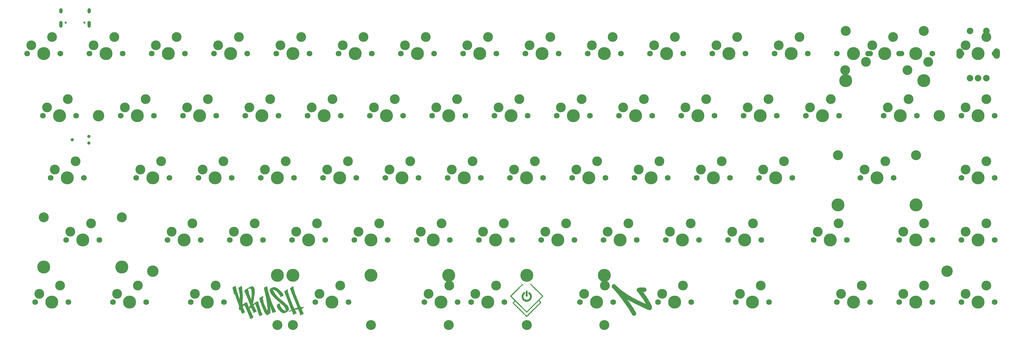
<source format=gbr>
G04 #@! TF.GenerationSoftware,KiCad,Pcbnew,(5.1.11)-1*
G04 #@! TF.CreationDate,2022-07-27T22:25:24+07:00*
G04 #@! TF.ProjectId,averange65 - Copy,61766572-616e-4676-9536-35202d20436f,rev?*
G04 #@! TF.SameCoordinates,Original*
G04 #@! TF.FileFunction,Soldermask,Top*
G04 #@! TF.FilePolarity,Negative*
%FSLAX46Y46*%
G04 Gerber Fmt 4.6, Leading zero omitted, Abs format (unit mm)*
G04 Created by KiCad (PCBNEW (5.1.11)-1) date 2022-07-27 22:25:24*
%MOMM*%
%LPD*%
G01*
G04 APERTURE LIST*
%ADD10C,0.010000*%
%ADD11C,1.750000*%
%ADD12C,3.000000*%
%ADD13C,3.987800*%
%ADD14C,3.048000*%
%ADD15C,0.650000*%
%ADD16O,1.000000X2.100000*%
%ADD17O,1.000000X1.600000*%
%ADD18C,2.000000*%
%ADD19O,2.000000X3.200000*%
%ADD20C,0.990600*%
%ADD21C,3.500000*%
G04 APERTURE END LIST*
D10*
G36*
X183764971Y-118615810D02*
G01*
X183846569Y-118637064D01*
X183926006Y-118670617D01*
X183991175Y-118709043D01*
X184003121Y-118718713D01*
X184024122Y-118737469D01*
X184052954Y-118764147D01*
X184088392Y-118797586D01*
X184129212Y-118836626D01*
X184174188Y-118880104D01*
X184222095Y-118926858D01*
X184256061Y-118960264D01*
X184501067Y-119198620D01*
X184741975Y-119425971D01*
X184981109Y-119644327D01*
X185220798Y-119855698D01*
X185463365Y-120062092D01*
X185711139Y-120265521D01*
X185966446Y-120467993D01*
X186231611Y-120671519D01*
X186273643Y-120703213D01*
X186543506Y-120903204D01*
X186818400Y-121100850D01*
X187098877Y-121296471D01*
X187385493Y-121490390D01*
X187678802Y-121682927D01*
X187979357Y-121874404D01*
X188287715Y-122065141D01*
X188604428Y-122255462D01*
X188930051Y-122445686D01*
X189265139Y-122636136D01*
X189610245Y-122827132D01*
X189965925Y-123018997D01*
X190332733Y-123212051D01*
X190711222Y-123406615D01*
X191101948Y-123603012D01*
X191505465Y-123801562D01*
X191922326Y-124002587D01*
X192159089Y-124115078D01*
X192235192Y-124150968D01*
X192316423Y-124189122D01*
X192401844Y-124229109D01*
X192490518Y-124270498D01*
X192581507Y-124312860D01*
X192673874Y-124355761D01*
X192766682Y-124398773D01*
X192858994Y-124441463D01*
X192949871Y-124483402D01*
X193038377Y-124524157D01*
X193123574Y-124563298D01*
X193204525Y-124600395D01*
X193280292Y-124635016D01*
X193349939Y-124666730D01*
X193412527Y-124695107D01*
X193467120Y-124719716D01*
X193512780Y-124740125D01*
X193548569Y-124755904D01*
X193573550Y-124766622D01*
X193586787Y-124771847D01*
X193588708Y-124772265D01*
X193585517Y-124765818D01*
X193575561Y-124749131D01*
X193560026Y-124724108D01*
X193540095Y-124692655D01*
X193516952Y-124656676D01*
X193515234Y-124654025D01*
X193493224Y-124619989D01*
X193473470Y-124589193D01*
X193455020Y-124560058D01*
X193436926Y-124531002D01*
X193418234Y-124500444D01*
X193397995Y-124466805D01*
X193375257Y-124428503D01*
X193349069Y-124383958D01*
X193318481Y-124331589D01*
X193282541Y-124269817D01*
X193240298Y-124197059D01*
X193240163Y-124196825D01*
X192940553Y-123694802D01*
X192628098Y-123199297D01*
X192302732Y-122710217D01*
X191964390Y-122227467D01*
X191613005Y-121750954D01*
X191248513Y-121280584D01*
X190914668Y-120869014D01*
X190871442Y-120816586D01*
X190836391Y-120773380D01*
X190808219Y-120737615D01*
X190785633Y-120707514D01*
X190767336Y-120681298D01*
X190752033Y-120657188D01*
X190738431Y-120633406D01*
X190726366Y-120610408D01*
X190697502Y-120543888D01*
X190674867Y-120471859D01*
X190659728Y-120399333D01*
X190653354Y-120331318D01*
X190653232Y-120321510D01*
X190656250Y-120274716D01*
X190664543Y-120220621D01*
X190676970Y-120164945D01*
X190692390Y-120113406D01*
X190697609Y-120099138D01*
X190734981Y-120021739D01*
X190784833Y-119949175D01*
X190845499Y-119883026D01*
X190915315Y-119824873D01*
X190992615Y-119776297D01*
X191075734Y-119738878D01*
X191078051Y-119738034D01*
X191113385Y-119726012D01*
X191148322Y-119715962D01*
X191185365Y-119707434D01*
X191227018Y-119699977D01*
X191275785Y-119693139D01*
X191334170Y-119686469D01*
X191400718Y-119679887D01*
X191711281Y-119655011D01*
X192020609Y-119638790D01*
X192326163Y-119631285D01*
X192625406Y-119632556D01*
X192915802Y-119642666D01*
X192924718Y-119643125D01*
X193009213Y-119649484D01*
X193081740Y-119659371D01*
X193144520Y-119673249D01*
X193199770Y-119691582D01*
X193237341Y-119708403D01*
X193318818Y-119756729D01*
X193389849Y-119814878D01*
X193450618Y-119883082D01*
X193501312Y-119961572D01*
X193542114Y-120050578D01*
X193563856Y-120115679D01*
X193571911Y-120152717D01*
X193578182Y-120199823D01*
X193582460Y-120252638D01*
X193584540Y-120306799D01*
X193584213Y-120357949D01*
X193581272Y-120401725D01*
X193578400Y-120421429D01*
X193554644Y-120514012D01*
X193520147Y-120598450D01*
X193475418Y-120673679D01*
X193431603Y-120727601D01*
X193373137Y-120782665D01*
X193311030Y-120825616D01*
X193242693Y-120857830D01*
X193165535Y-120880686D01*
X193130558Y-120887706D01*
X193109600Y-120891073D01*
X193088638Y-120893519D01*
X193065530Y-120895069D01*
X193038136Y-120895750D01*
X193004315Y-120895586D01*
X192961926Y-120894603D01*
X192908828Y-120892828D01*
X192859403Y-120890940D01*
X192802032Y-120888859D01*
X192745816Y-120887152D01*
X192693433Y-120885874D01*
X192647563Y-120885084D01*
X192610885Y-120884837D01*
X192586414Y-120885177D01*
X192520254Y-120887568D01*
X192643409Y-121050853D01*
X192951513Y-121467230D01*
X193246666Y-121882389D01*
X193530090Y-122298243D01*
X193803007Y-122716707D01*
X194066637Y-123139696D01*
X194322203Y-123569124D01*
X194570926Y-124006906D01*
X194807984Y-124443568D01*
X194876844Y-124574177D01*
X194938492Y-124693099D01*
X194993266Y-124801041D01*
X195041506Y-124898709D01*
X195083549Y-124986811D01*
X195119735Y-125066055D01*
X195150402Y-125137147D01*
X195175889Y-125200796D01*
X195193089Y-125247722D01*
X195226571Y-125352809D01*
X195250772Y-125451100D01*
X195266316Y-125546412D01*
X195273824Y-125642561D01*
X195273918Y-125743364D01*
X195273904Y-125743781D01*
X195263813Y-125865261D01*
X195241856Y-125979354D01*
X195208169Y-126085656D01*
X195162890Y-126183758D01*
X195106158Y-126273257D01*
X195084493Y-126301396D01*
X195020471Y-126369717D01*
X194948988Y-126425971D01*
X194870977Y-126469934D01*
X194787370Y-126501378D01*
X194699099Y-126520079D01*
X194607097Y-126525812D01*
X194512297Y-126518349D01*
X194415631Y-126497468D01*
X194355347Y-126477748D01*
X194338359Y-126470917D01*
X194309065Y-126458490D01*
X194268375Y-126440875D01*
X194217199Y-126418480D01*
X194156445Y-126391712D01*
X194087022Y-126360979D01*
X194009841Y-126326689D01*
X193925809Y-126289249D01*
X193835837Y-126249068D01*
X193740833Y-126206553D01*
X193641708Y-126162112D01*
X193539369Y-126116152D01*
X193434726Y-126069082D01*
X193328689Y-126021308D01*
X193222166Y-125973240D01*
X193116067Y-125925283D01*
X193011302Y-125877847D01*
X192908778Y-125831339D01*
X192809406Y-125786167D01*
X192714095Y-125742738D01*
X192623754Y-125701461D01*
X192598146Y-125689736D01*
X192209831Y-125510798D01*
X191834808Y-125335812D01*
X191472489Y-125164480D01*
X191122288Y-124996505D01*
X190783617Y-124831590D01*
X190455889Y-124669438D01*
X190138518Y-124509752D01*
X189830916Y-124352234D01*
X189532496Y-124196587D01*
X189242671Y-124042515D01*
X188960855Y-123889720D01*
X188686459Y-123737904D01*
X188418898Y-123586771D01*
X188236603Y-123481948D01*
X188177028Y-123447355D01*
X188114989Y-123411185D01*
X188052113Y-123374396D01*
X187990026Y-123337949D01*
X187930353Y-123302804D01*
X187874720Y-123269919D01*
X187824754Y-123240255D01*
X187782079Y-123214771D01*
X187748323Y-123194426D01*
X187725110Y-123180182D01*
X187721346Y-123177814D01*
X187716636Y-123174606D01*
X187712477Y-123171639D01*
X187709470Y-123169799D01*
X187708216Y-123169971D01*
X187709317Y-123173040D01*
X187713373Y-123179892D01*
X187720986Y-123191411D01*
X187732757Y-123208483D01*
X187749287Y-123231994D01*
X187771178Y-123262828D01*
X187799030Y-123301871D01*
X187833444Y-123350007D01*
X187875022Y-123408123D01*
X187924365Y-123477103D01*
X187928913Y-123483462D01*
X188292463Y-123999063D01*
X188645627Y-124514712D01*
X188990044Y-125032939D01*
X189327352Y-125556276D01*
X189659189Y-126087251D01*
X189987193Y-126628394D01*
X190216343Y-127016225D01*
X190260940Y-127092658D01*
X190298746Y-127157915D01*
X190330424Y-127213270D01*
X190356636Y-127260001D01*
X190378045Y-127299385D01*
X190395312Y-127332699D01*
X190409101Y-127361219D01*
X190420074Y-127386222D01*
X190428893Y-127408984D01*
X190436220Y-127430784D01*
X190442509Y-127452141D01*
X190459174Y-127537717D01*
X190462050Y-127622982D01*
X190451844Y-127706854D01*
X190429261Y-127788250D01*
X190395006Y-127866086D01*
X190349785Y-127939279D01*
X190294304Y-128006745D01*
X190229267Y-128067402D01*
X190155380Y-128120166D01*
X190073349Y-128163953D01*
X189983880Y-128197681D01*
X189950982Y-128206898D01*
X189906273Y-128215685D01*
X189854189Y-128221762D01*
X189800093Y-128224824D01*
X189749349Y-128224564D01*
X189708034Y-128220789D01*
X189627957Y-128201049D01*
X189550081Y-128168309D01*
X189476740Y-128124084D01*
X189410266Y-128069887D01*
X189352993Y-128007234D01*
X189330014Y-127975442D01*
X189319193Y-127958373D01*
X189302126Y-127930410D01*
X189279811Y-127893238D01*
X189253248Y-127848538D01*
X189223437Y-127797995D01*
X189191376Y-127743291D01*
X189158064Y-127686109D01*
X189150454Y-127672996D01*
X188763975Y-127020300D01*
X188363842Y-126371342D01*
X187950603Y-125726860D01*
X187524806Y-125087592D01*
X187086996Y-124454278D01*
X186637723Y-123827656D01*
X186177534Y-123208466D01*
X185706976Y-122597447D01*
X185226596Y-121995336D01*
X184736942Y-121402874D01*
X184238562Y-120820798D01*
X183732003Y-120249848D01*
X183305315Y-119784482D01*
X183270637Y-119746998D01*
X183237615Y-119710882D01*
X183208119Y-119678212D01*
X183184017Y-119651065D01*
X183167181Y-119631518D01*
X183162625Y-119625947D01*
X183113470Y-119552907D01*
X183075648Y-119473177D01*
X183049815Y-119389068D01*
X183036625Y-119302888D01*
X183036736Y-119216948D01*
X183039424Y-119191833D01*
X183058850Y-119098288D01*
X183091095Y-119009498D01*
X183135062Y-118926591D01*
X183189655Y-118850691D01*
X183253776Y-118782924D01*
X183326330Y-118724417D01*
X183406220Y-118676296D01*
X183492349Y-118639686D01*
X183583622Y-118615713D01*
X183603785Y-118612322D01*
X183683335Y-118607386D01*
X183764971Y-118615810D01*
G37*
X183764971Y-118615810D02*
X183846569Y-118637064D01*
X183926006Y-118670617D01*
X183991175Y-118709043D01*
X184003121Y-118718713D01*
X184024122Y-118737469D01*
X184052954Y-118764147D01*
X184088392Y-118797586D01*
X184129212Y-118836626D01*
X184174188Y-118880104D01*
X184222095Y-118926858D01*
X184256061Y-118960264D01*
X184501067Y-119198620D01*
X184741975Y-119425971D01*
X184981109Y-119644327D01*
X185220798Y-119855698D01*
X185463365Y-120062092D01*
X185711139Y-120265521D01*
X185966446Y-120467993D01*
X186231611Y-120671519D01*
X186273643Y-120703213D01*
X186543506Y-120903204D01*
X186818400Y-121100850D01*
X187098877Y-121296471D01*
X187385493Y-121490390D01*
X187678802Y-121682927D01*
X187979357Y-121874404D01*
X188287715Y-122065141D01*
X188604428Y-122255462D01*
X188930051Y-122445686D01*
X189265139Y-122636136D01*
X189610245Y-122827132D01*
X189965925Y-123018997D01*
X190332733Y-123212051D01*
X190711222Y-123406615D01*
X191101948Y-123603012D01*
X191505465Y-123801562D01*
X191922326Y-124002587D01*
X192159089Y-124115078D01*
X192235192Y-124150968D01*
X192316423Y-124189122D01*
X192401844Y-124229109D01*
X192490518Y-124270498D01*
X192581507Y-124312860D01*
X192673874Y-124355761D01*
X192766682Y-124398773D01*
X192858994Y-124441463D01*
X192949871Y-124483402D01*
X193038377Y-124524157D01*
X193123574Y-124563298D01*
X193204525Y-124600395D01*
X193280292Y-124635016D01*
X193349939Y-124666730D01*
X193412527Y-124695107D01*
X193467120Y-124719716D01*
X193512780Y-124740125D01*
X193548569Y-124755904D01*
X193573550Y-124766622D01*
X193586787Y-124771847D01*
X193588708Y-124772265D01*
X193585517Y-124765818D01*
X193575561Y-124749131D01*
X193560026Y-124724108D01*
X193540095Y-124692655D01*
X193516952Y-124656676D01*
X193515234Y-124654025D01*
X193493224Y-124619989D01*
X193473470Y-124589193D01*
X193455020Y-124560058D01*
X193436926Y-124531002D01*
X193418234Y-124500444D01*
X193397995Y-124466805D01*
X193375257Y-124428503D01*
X193349069Y-124383958D01*
X193318481Y-124331589D01*
X193282541Y-124269817D01*
X193240298Y-124197059D01*
X193240163Y-124196825D01*
X192940553Y-123694802D01*
X192628098Y-123199297D01*
X192302732Y-122710217D01*
X191964390Y-122227467D01*
X191613005Y-121750954D01*
X191248513Y-121280584D01*
X190914668Y-120869014D01*
X190871442Y-120816586D01*
X190836391Y-120773380D01*
X190808219Y-120737615D01*
X190785633Y-120707514D01*
X190767336Y-120681298D01*
X190752033Y-120657188D01*
X190738431Y-120633406D01*
X190726366Y-120610408D01*
X190697502Y-120543888D01*
X190674867Y-120471859D01*
X190659728Y-120399333D01*
X190653354Y-120331318D01*
X190653232Y-120321510D01*
X190656250Y-120274716D01*
X190664543Y-120220621D01*
X190676970Y-120164945D01*
X190692390Y-120113406D01*
X190697609Y-120099138D01*
X190734981Y-120021739D01*
X190784833Y-119949175D01*
X190845499Y-119883026D01*
X190915315Y-119824873D01*
X190992615Y-119776297D01*
X191075734Y-119738878D01*
X191078051Y-119738034D01*
X191113385Y-119726012D01*
X191148322Y-119715962D01*
X191185365Y-119707434D01*
X191227018Y-119699977D01*
X191275785Y-119693139D01*
X191334170Y-119686469D01*
X191400718Y-119679887D01*
X191711281Y-119655011D01*
X192020609Y-119638790D01*
X192326163Y-119631285D01*
X192625406Y-119632556D01*
X192915802Y-119642666D01*
X192924718Y-119643125D01*
X193009213Y-119649484D01*
X193081740Y-119659371D01*
X193144520Y-119673249D01*
X193199770Y-119691582D01*
X193237341Y-119708403D01*
X193318818Y-119756729D01*
X193389849Y-119814878D01*
X193450618Y-119883082D01*
X193501312Y-119961572D01*
X193542114Y-120050578D01*
X193563856Y-120115679D01*
X193571911Y-120152717D01*
X193578182Y-120199823D01*
X193582460Y-120252638D01*
X193584540Y-120306799D01*
X193584213Y-120357949D01*
X193581272Y-120401725D01*
X193578400Y-120421429D01*
X193554644Y-120514012D01*
X193520147Y-120598450D01*
X193475418Y-120673679D01*
X193431603Y-120727601D01*
X193373137Y-120782665D01*
X193311030Y-120825616D01*
X193242693Y-120857830D01*
X193165535Y-120880686D01*
X193130558Y-120887706D01*
X193109600Y-120891073D01*
X193088638Y-120893519D01*
X193065530Y-120895069D01*
X193038136Y-120895750D01*
X193004315Y-120895586D01*
X192961926Y-120894603D01*
X192908828Y-120892828D01*
X192859403Y-120890940D01*
X192802032Y-120888859D01*
X192745816Y-120887152D01*
X192693433Y-120885874D01*
X192647563Y-120885084D01*
X192610885Y-120884837D01*
X192586414Y-120885177D01*
X192520254Y-120887568D01*
X192643409Y-121050853D01*
X192951513Y-121467230D01*
X193246666Y-121882389D01*
X193530090Y-122298243D01*
X193803007Y-122716707D01*
X194066637Y-123139696D01*
X194322203Y-123569124D01*
X194570926Y-124006906D01*
X194807984Y-124443568D01*
X194876844Y-124574177D01*
X194938492Y-124693099D01*
X194993266Y-124801041D01*
X195041506Y-124898709D01*
X195083549Y-124986811D01*
X195119735Y-125066055D01*
X195150402Y-125137147D01*
X195175889Y-125200796D01*
X195193089Y-125247722D01*
X195226571Y-125352809D01*
X195250772Y-125451100D01*
X195266316Y-125546412D01*
X195273824Y-125642561D01*
X195273918Y-125743364D01*
X195273904Y-125743781D01*
X195263813Y-125865261D01*
X195241856Y-125979354D01*
X195208169Y-126085656D01*
X195162890Y-126183758D01*
X195106158Y-126273257D01*
X195084493Y-126301396D01*
X195020471Y-126369717D01*
X194948988Y-126425971D01*
X194870977Y-126469934D01*
X194787370Y-126501378D01*
X194699099Y-126520079D01*
X194607097Y-126525812D01*
X194512297Y-126518349D01*
X194415631Y-126497468D01*
X194355347Y-126477748D01*
X194338359Y-126470917D01*
X194309065Y-126458490D01*
X194268375Y-126440875D01*
X194217199Y-126418480D01*
X194156445Y-126391712D01*
X194087022Y-126360979D01*
X194009841Y-126326689D01*
X193925809Y-126289249D01*
X193835837Y-126249068D01*
X193740833Y-126206553D01*
X193641708Y-126162112D01*
X193539369Y-126116152D01*
X193434726Y-126069082D01*
X193328689Y-126021308D01*
X193222166Y-125973240D01*
X193116067Y-125925283D01*
X193011302Y-125877847D01*
X192908778Y-125831339D01*
X192809406Y-125786167D01*
X192714095Y-125742738D01*
X192623754Y-125701461D01*
X192598146Y-125689736D01*
X192209831Y-125510798D01*
X191834808Y-125335812D01*
X191472489Y-125164480D01*
X191122288Y-124996505D01*
X190783617Y-124831590D01*
X190455889Y-124669438D01*
X190138518Y-124509752D01*
X189830916Y-124352234D01*
X189532496Y-124196587D01*
X189242671Y-124042515D01*
X188960855Y-123889720D01*
X188686459Y-123737904D01*
X188418898Y-123586771D01*
X188236603Y-123481948D01*
X188177028Y-123447355D01*
X188114989Y-123411185D01*
X188052113Y-123374396D01*
X187990026Y-123337949D01*
X187930353Y-123302804D01*
X187874720Y-123269919D01*
X187824754Y-123240255D01*
X187782079Y-123214771D01*
X187748323Y-123194426D01*
X187725110Y-123180182D01*
X187721346Y-123177814D01*
X187716636Y-123174606D01*
X187712477Y-123171639D01*
X187709470Y-123169799D01*
X187708216Y-123169971D01*
X187709317Y-123173040D01*
X187713373Y-123179892D01*
X187720986Y-123191411D01*
X187732757Y-123208483D01*
X187749287Y-123231994D01*
X187771178Y-123262828D01*
X187799030Y-123301871D01*
X187833444Y-123350007D01*
X187875022Y-123408123D01*
X187924365Y-123477103D01*
X187928913Y-123483462D01*
X188292463Y-123999063D01*
X188645627Y-124514712D01*
X188990044Y-125032939D01*
X189327352Y-125556276D01*
X189659189Y-126087251D01*
X189987193Y-126628394D01*
X190216343Y-127016225D01*
X190260940Y-127092658D01*
X190298746Y-127157915D01*
X190330424Y-127213270D01*
X190356636Y-127260001D01*
X190378045Y-127299385D01*
X190395312Y-127332699D01*
X190409101Y-127361219D01*
X190420074Y-127386222D01*
X190428893Y-127408984D01*
X190436220Y-127430784D01*
X190442509Y-127452141D01*
X190459174Y-127537717D01*
X190462050Y-127622982D01*
X190451844Y-127706854D01*
X190429261Y-127788250D01*
X190395006Y-127866086D01*
X190349785Y-127939279D01*
X190294304Y-128006745D01*
X190229267Y-128067402D01*
X190155380Y-128120166D01*
X190073349Y-128163953D01*
X189983880Y-128197681D01*
X189950982Y-128206898D01*
X189906273Y-128215685D01*
X189854189Y-128221762D01*
X189800093Y-128224824D01*
X189749349Y-128224564D01*
X189708034Y-128220789D01*
X189627957Y-128201049D01*
X189550081Y-128168309D01*
X189476740Y-128124084D01*
X189410266Y-128069887D01*
X189352993Y-128007234D01*
X189330014Y-127975442D01*
X189319193Y-127958373D01*
X189302126Y-127930410D01*
X189279811Y-127893238D01*
X189253248Y-127848538D01*
X189223437Y-127797995D01*
X189191376Y-127743291D01*
X189158064Y-127686109D01*
X189150454Y-127672996D01*
X188763975Y-127020300D01*
X188363842Y-126371342D01*
X187950603Y-125726860D01*
X187524806Y-125087592D01*
X187086996Y-124454278D01*
X186637723Y-123827656D01*
X186177534Y-123208466D01*
X185706976Y-122597447D01*
X185226596Y-121995336D01*
X184736942Y-121402874D01*
X184238562Y-120820798D01*
X183732003Y-120249848D01*
X183305315Y-119784482D01*
X183270637Y-119746998D01*
X183237615Y-119710882D01*
X183208119Y-119678212D01*
X183184017Y-119651065D01*
X183167181Y-119631518D01*
X183162625Y-119625947D01*
X183113470Y-119552907D01*
X183075648Y-119473177D01*
X183049815Y-119389068D01*
X183036625Y-119302888D01*
X183036736Y-119216948D01*
X183039424Y-119191833D01*
X183058850Y-119098288D01*
X183091095Y-119009498D01*
X183135062Y-118926591D01*
X183189655Y-118850691D01*
X183253776Y-118782924D01*
X183326330Y-118724417D01*
X183406220Y-118676296D01*
X183492349Y-118639686D01*
X183583622Y-118615713D01*
X183603785Y-118612322D01*
X183683335Y-118607386D01*
X183764971Y-118615810D01*
G36*
X157052587Y-120586434D02*
G01*
X157094494Y-120597893D01*
X157105754Y-120602453D01*
X157148888Y-120627073D01*
X157187387Y-120659956D01*
X157219274Y-120698929D01*
X157242573Y-120741817D01*
X157249251Y-120760245D01*
X157250982Y-120766081D01*
X157252530Y-120772189D01*
X157253904Y-120779208D01*
X157255115Y-120787776D01*
X157256173Y-120798533D01*
X157257087Y-120812117D01*
X157257869Y-120829168D01*
X157258528Y-120850324D01*
X157259075Y-120876225D01*
X157259519Y-120907510D01*
X157259870Y-120944817D01*
X157260139Y-120988785D01*
X157260337Y-121040054D01*
X157260472Y-121099263D01*
X157260556Y-121167050D01*
X157260597Y-121244054D01*
X157260608Y-121330916D01*
X157260597Y-121428272D01*
X157260588Y-121474610D01*
X157260517Y-121583359D01*
X157260353Y-121684055D01*
X157260098Y-121776370D01*
X157259755Y-121859981D01*
X157259327Y-121934562D01*
X157258817Y-121999789D01*
X157258226Y-122055336D01*
X157257558Y-122100880D01*
X157256816Y-122136094D01*
X157256001Y-122160655D01*
X157255118Y-122174236D01*
X157254798Y-122176312D01*
X157241126Y-122217093D01*
X157218945Y-122255356D01*
X157190841Y-122289385D01*
X157159614Y-122319449D01*
X157129142Y-122341110D01*
X157096003Y-122356592D01*
X157078467Y-122362386D01*
X157045662Y-122368852D01*
X157007882Y-122371237D01*
X156969768Y-122369591D01*
X156935966Y-122363960D01*
X156925186Y-122360776D01*
X156878034Y-122338643D01*
X156836400Y-122307465D01*
X156801560Y-122268791D01*
X156774795Y-122224173D01*
X156757384Y-122175162D01*
X156752902Y-122151817D01*
X156752013Y-122139722D01*
X156751199Y-122117134D01*
X156750460Y-122084967D01*
X156749796Y-122044136D01*
X156749207Y-121995555D01*
X156748693Y-121940138D01*
X156748253Y-121878800D01*
X156747888Y-121812455D01*
X156747597Y-121742018D01*
X156747381Y-121668402D01*
X156747239Y-121592522D01*
X156747172Y-121515292D01*
X156747179Y-121437627D01*
X156747260Y-121360442D01*
X156747415Y-121284649D01*
X156747644Y-121211165D01*
X156747948Y-121140902D01*
X156748325Y-121074776D01*
X156748777Y-121013701D01*
X156749302Y-120958591D01*
X156749901Y-120910360D01*
X156750574Y-120869923D01*
X156751320Y-120838194D01*
X156752140Y-120816088D01*
X156752997Y-120804761D01*
X156765942Y-120753286D01*
X156788655Y-120706321D01*
X156819985Y-120665044D01*
X156858779Y-120630637D01*
X156903885Y-120604279D01*
X156954153Y-120587150D01*
X156968131Y-120584318D01*
X157008800Y-120581690D01*
X157052587Y-120586434D01*
G37*
X157052587Y-120586434D02*
X157094494Y-120597893D01*
X157105754Y-120602453D01*
X157148888Y-120627073D01*
X157187387Y-120659956D01*
X157219274Y-120698929D01*
X157242573Y-120741817D01*
X157249251Y-120760245D01*
X157250982Y-120766081D01*
X157252530Y-120772189D01*
X157253904Y-120779208D01*
X157255115Y-120787776D01*
X157256173Y-120798533D01*
X157257087Y-120812117D01*
X157257869Y-120829168D01*
X157258528Y-120850324D01*
X157259075Y-120876225D01*
X157259519Y-120907510D01*
X157259870Y-120944817D01*
X157260139Y-120988785D01*
X157260337Y-121040054D01*
X157260472Y-121099263D01*
X157260556Y-121167050D01*
X157260597Y-121244054D01*
X157260608Y-121330916D01*
X157260597Y-121428272D01*
X157260588Y-121474610D01*
X157260517Y-121583359D01*
X157260353Y-121684055D01*
X157260098Y-121776370D01*
X157259755Y-121859981D01*
X157259327Y-121934562D01*
X157258817Y-121999789D01*
X157258226Y-122055336D01*
X157257558Y-122100880D01*
X157256816Y-122136094D01*
X157256001Y-122160655D01*
X157255118Y-122174236D01*
X157254798Y-122176312D01*
X157241126Y-122217093D01*
X157218945Y-122255356D01*
X157190841Y-122289385D01*
X157159614Y-122319449D01*
X157129142Y-122341110D01*
X157096003Y-122356592D01*
X157078467Y-122362386D01*
X157045662Y-122368852D01*
X157007882Y-122371237D01*
X156969768Y-122369591D01*
X156935966Y-122363960D01*
X156925186Y-122360776D01*
X156878034Y-122338643D01*
X156836400Y-122307465D01*
X156801560Y-122268791D01*
X156774795Y-122224173D01*
X156757384Y-122175162D01*
X156752902Y-122151817D01*
X156752013Y-122139722D01*
X156751199Y-122117134D01*
X156750460Y-122084967D01*
X156749796Y-122044136D01*
X156749207Y-121995555D01*
X156748693Y-121940138D01*
X156748253Y-121878800D01*
X156747888Y-121812455D01*
X156747597Y-121742018D01*
X156747381Y-121668402D01*
X156747239Y-121592522D01*
X156747172Y-121515292D01*
X156747179Y-121437627D01*
X156747260Y-121360442D01*
X156747415Y-121284649D01*
X156747644Y-121211165D01*
X156747948Y-121140902D01*
X156748325Y-121074776D01*
X156748777Y-121013701D01*
X156749302Y-120958591D01*
X156749901Y-120910360D01*
X156750574Y-120869923D01*
X156751320Y-120838194D01*
X156752140Y-120816088D01*
X156752997Y-120804761D01*
X156765942Y-120753286D01*
X156788655Y-120706321D01*
X156819985Y-120665044D01*
X156858779Y-120630637D01*
X156903885Y-120604279D01*
X156954153Y-120587150D01*
X156968131Y-120584318D01*
X157008800Y-120581690D01*
X157052587Y-120586434D01*
G36*
X157833532Y-121102492D02*
G01*
X157881708Y-121119734D01*
X157906798Y-121134004D01*
X157937911Y-121155574D01*
X157973508Y-121183191D01*
X158012050Y-121215602D01*
X158051998Y-121251556D01*
X158091815Y-121289797D01*
X158097203Y-121295175D01*
X158167139Y-121369184D01*
X158228473Y-121442877D01*
X158283309Y-121519179D01*
X158333747Y-121601017D01*
X158381889Y-121691317D01*
X158382306Y-121692152D01*
X158435414Y-121811272D01*
X158477884Y-121933996D01*
X158509641Y-122059603D01*
X158530609Y-122187369D01*
X158540714Y-122316572D01*
X158539880Y-122446488D01*
X158528032Y-122576396D01*
X158505096Y-122705572D01*
X158492806Y-122756851D01*
X158461507Y-122860211D01*
X158420846Y-122965318D01*
X158372068Y-123069694D01*
X158316417Y-123170864D01*
X158255137Y-123266349D01*
X158198981Y-123341907D01*
X158172070Y-123373707D01*
X158138710Y-123410184D01*
X158101361Y-123448880D01*
X158062484Y-123487334D01*
X158024539Y-123523086D01*
X157989985Y-123553675D01*
X157974211Y-123566696D01*
X157881441Y-123634876D01*
X157781521Y-123697360D01*
X157676490Y-123753177D01*
X157568387Y-123801357D01*
X157459250Y-123840931D01*
X157351118Y-123870928D01*
X157320660Y-123877611D01*
X157242889Y-123891235D01*
X157160264Y-123901397D01*
X157076323Y-123907850D01*
X156994599Y-123910351D01*
X156918630Y-123908654D01*
X156894951Y-123907094D01*
X156774670Y-123893028D01*
X156657200Y-123869671D01*
X156542879Y-123837565D01*
X156418261Y-123791901D01*
X156299535Y-123736692D01*
X156187079Y-123672388D01*
X156081271Y-123599439D01*
X155982491Y-123518298D01*
X155891117Y-123429415D01*
X155807528Y-123333239D01*
X155732101Y-123230223D01*
X155665217Y-123120817D01*
X155607252Y-123005472D01*
X155558586Y-122884638D01*
X155519598Y-122758766D01*
X155490665Y-122628307D01*
X155481884Y-122574199D01*
X155477289Y-122532768D01*
X155474040Y-122482855D01*
X155472138Y-122427316D01*
X155471584Y-122369005D01*
X155472379Y-122310778D01*
X155474522Y-122255489D01*
X155478016Y-122205994D01*
X155481790Y-122172436D01*
X155505699Y-122040719D01*
X155540229Y-121912579D01*
X155585147Y-121788573D01*
X155640218Y-121669260D01*
X155705210Y-121555197D01*
X155779887Y-121446941D01*
X155793049Y-121429772D01*
X155824630Y-121391345D01*
X155860884Y-121350901D01*
X155900360Y-121309776D01*
X155941609Y-121269305D01*
X155983180Y-121230824D01*
X156023623Y-121195669D01*
X156061489Y-121165175D01*
X156095328Y-121140678D01*
X156123689Y-121123513D01*
X156127716Y-121121491D01*
X156177366Y-121103526D01*
X156228868Y-121096143D01*
X156280478Y-121099167D01*
X156330454Y-121112425D01*
X156377054Y-121135746D01*
X156394526Y-121147981D01*
X156419055Y-121171147D01*
X156443154Y-121201483D01*
X156464033Y-121234994D01*
X156478900Y-121267681D01*
X156479683Y-121269952D01*
X156489970Y-121317422D01*
X156490816Y-121367780D01*
X156482615Y-121418120D01*
X156465758Y-121465531D01*
X156449274Y-121495036D01*
X156436261Y-121511336D01*
X156417352Y-121530957D01*
X156395894Y-121550513D01*
X156387778Y-121557216D01*
X156355289Y-121584828D01*
X156319324Y-121618156D01*
X156282064Y-121654945D01*
X156245686Y-121692939D01*
X156212368Y-121729882D01*
X156184289Y-121763520D01*
X156169082Y-121783660D01*
X156120941Y-121859303D01*
X156078087Y-121942499D01*
X156041875Y-122030083D01*
X156013659Y-122118893D01*
X155999338Y-122180357D01*
X155991642Y-122230351D01*
X155986269Y-122287631D01*
X155983368Y-122348278D01*
X155983090Y-122408371D01*
X155985585Y-122463991D01*
X155987637Y-122486377D01*
X156004800Y-122591157D01*
X156032822Y-122693124D01*
X156071340Y-122791546D01*
X156119988Y-122885688D01*
X156178402Y-122974815D01*
X156246217Y-123058195D01*
X156298849Y-123112520D01*
X156377024Y-123179969D01*
X156462814Y-123239787D01*
X156554720Y-123291217D01*
X156651242Y-123333500D01*
X156750880Y-123365877D01*
X156838345Y-123385296D01*
X156872742Y-123389816D01*
X156915099Y-123393117D01*
X156962425Y-123395170D01*
X157011726Y-123395944D01*
X157060010Y-123395410D01*
X157104285Y-123393539D01*
X157141558Y-123390302D01*
X157155132Y-123388410D01*
X157261982Y-123365497D01*
X157364648Y-123332400D01*
X157462472Y-123289553D01*
X157554796Y-123237393D01*
X157640961Y-123176355D01*
X157720309Y-123106873D01*
X157792182Y-123029384D01*
X157855920Y-122944322D01*
X157877343Y-122910963D01*
X157897046Y-122876528D01*
X157918343Y-122835313D01*
X157939423Y-122791152D01*
X157958473Y-122747880D01*
X157973683Y-122709333D01*
X157976960Y-122700048D01*
X158005402Y-122599289D01*
X158023034Y-122496255D01*
X158029964Y-122392001D01*
X158026298Y-122287587D01*
X158012145Y-122184068D01*
X157987613Y-122082504D01*
X157952808Y-121983950D01*
X157907840Y-121889466D01*
X157891440Y-121860465D01*
X157845548Y-121788605D01*
X157795798Y-121723231D01*
X157740003Y-121661799D01*
X157675975Y-121601764D01*
X157649932Y-121579538D01*
X157624966Y-121557993D01*
X157601511Y-121536460D01*
X157581837Y-121517112D01*
X157568215Y-121502121D01*
X157565886Y-121499125D01*
X157543190Y-121459572D01*
X157527668Y-121414198D01*
X157519978Y-121366365D01*
X157520779Y-121319438D01*
X157525544Y-121293374D01*
X157543835Y-121242766D01*
X157570404Y-121198580D01*
X157603997Y-121161425D01*
X157643364Y-121131913D01*
X157687253Y-121110654D01*
X157734412Y-121098257D01*
X157783589Y-121095333D01*
X157833532Y-121102492D01*
G37*
X157833532Y-121102492D02*
X157881708Y-121119734D01*
X157906798Y-121134004D01*
X157937911Y-121155574D01*
X157973508Y-121183191D01*
X158012050Y-121215602D01*
X158051998Y-121251556D01*
X158091815Y-121289797D01*
X158097203Y-121295175D01*
X158167139Y-121369184D01*
X158228473Y-121442877D01*
X158283309Y-121519179D01*
X158333747Y-121601017D01*
X158381889Y-121691317D01*
X158382306Y-121692152D01*
X158435414Y-121811272D01*
X158477884Y-121933996D01*
X158509641Y-122059603D01*
X158530609Y-122187369D01*
X158540714Y-122316572D01*
X158539880Y-122446488D01*
X158528032Y-122576396D01*
X158505096Y-122705572D01*
X158492806Y-122756851D01*
X158461507Y-122860211D01*
X158420846Y-122965318D01*
X158372068Y-123069694D01*
X158316417Y-123170864D01*
X158255137Y-123266349D01*
X158198981Y-123341907D01*
X158172070Y-123373707D01*
X158138710Y-123410184D01*
X158101361Y-123448880D01*
X158062484Y-123487334D01*
X158024539Y-123523086D01*
X157989985Y-123553675D01*
X157974211Y-123566696D01*
X157881441Y-123634876D01*
X157781521Y-123697360D01*
X157676490Y-123753177D01*
X157568387Y-123801357D01*
X157459250Y-123840931D01*
X157351118Y-123870928D01*
X157320660Y-123877611D01*
X157242889Y-123891235D01*
X157160264Y-123901397D01*
X157076323Y-123907850D01*
X156994599Y-123910351D01*
X156918630Y-123908654D01*
X156894951Y-123907094D01*
X156774670Y-123893028D01*
X156657200Y-123869671D01*
X156542879Y-123837565D01*
X156418261Y-123791901D01*
X156299535Y-123736692D01*
X156187079Y-123672388D01*
X156081271Y-123599439D01*
X155982491Y-123518298D01*
X155891117Y-123429415D01*
X155807528Y-123333239D01*
X155732101Y-123230223D01*
X155665217Y-123120817D01*
X155607252Y-123005472D01*
X155558586Y-122884638D01*
X155519598Y-122758766D01*
X155490665Y-122628307D01*
X155481884Y-122574199D01*
X155477289Y-122532768D01*
X155474040Y-122482855D01*
X155472138Y-122427316D01*
X155471584Y-122369005D01*
X155472379Y-122310778D01*
X155474522Y-122255489D01*
X155478016Y-122205994D01*
X155481790Y-122172436D01*
X155505699Y-122040719D01*
X155540229Y-121912579D01*
X155585147Y-121788573D01*
X155640218Y-121669260D01*
X155705210Y-121555197D01*
X155779887Y-121446941D01*
X155793049Y-121429772D01*
X155824630Y-121391345D01*
X155860884Y-121350901D01*
X155900360Y-121309776D01*
X155941609Y-121269305D01*
X155983180Y-121230824D01*
X156023623Y-121195669D01*
X156061489Y-121165175D01*
X156095328Y-121140678D01*
X156123689Y-121123513D01*
X156127716Y-121121491D01*
X156177366Y-121103526D01*
X156228868Y-121096143D01*
X156280478Y-121099167D01*
X156330454Y-121112425D01*
X156377054Y-121135746D01*
X156394526Y-121147981D01*
X156419055Y-121171147D01*
X156443154Y-121201483D01*
X156464033Y-121234994D01*
X156478900Y-121267681D01*
X156479683Y-121269952D01*
X156489970Y-121317422D01*
X156490816Y-121367780D01*
X156482615Y-121418120D01*
X156465758Y-121465531D01*
X156449274Y-121495036D01*
X156436261Y-121511336D01*
X156417352Y-121530957D01*
X156395894Y-121550513D01*
X156387778Y-121557216D01*
X156355289Y-121584828D01*
X156319324Y-121618156D01*
X156282064Y-121654945D01*
X156245686Y-121692939D01*
X156212368Y-121729882D01*
X156184289Y-121763520D01*
X156169082Y-121783660D01*
X156120941Y-121859303D01*
X156078087Y-121942499D01*
X156041875Y-122030083D01*
X156013659Y-122118893D01*
X155999338Y-122180357D01*
X155991642Y-122230351D01*
X155986269Y-122287631D01*
X155983368Y-122348278D01*
X155983090Y-122408371D01*
X155985585Y-122463991D01*
X155987637Y-122486377D01*
X156004800Y-122591157D01*
X156032822Y-122693124D01*
X156071340Y-122791546D01*
X156119988Y-122885688D01*
X156178402Y-122974815D01*
X156246217Y-123058195D01*
X156298849Y-123112520D01*
X156377024Y-123179969D01*
X156462814Y-123239787D01*
X156554720Y-123291217D01*
X156651242Y-123333500D01*
X156750880Y-123365877D01*
X156838345Y-123385296D01*
X156872742Y-123389816D01*
X156915099Y-123393117D01*
X156962425Y-123395170D01*
X157011726Y-123395944D01*
X157060010Y-123395410D01*
X157104285Y-123393539D01*
X157141558Y-123390302D01*
X157155132Y-123388410D01*
X157261982Y-123365497D01*
X157364648Y-123332400D01*
X157462472Y-123289553D01*
X157554796Y-123237393D01*
X157640961Y-123176355D01*
X157720309Y-123106873D01*
X157792182Y-123029384D01*
X157855920Y-122944322D01*
X157877343Y-122910963D01*
X157897046Y-122876528D01*
X157918343Y-122835313D01*
X157939423Y-122791152D01*
X157958473Y-122747880D01*
X157973683Y-122709333D01*
X157976960Y-122700048D01*
X158005402Y-122599289D01*
X158023034Y-122496255D01*
X158029964Y-122392001D01*
X158026298Y-122287587D01*
X158012145Y-122184068D01*
X157987613Y-122082504D01*
X157952808Y-121983950D01*
X157907840Y-121889466D01*
X157891440Y-121860465D01*
X157845548Y-121788605D01*
X157795798Y-121723231D01*
X157740003Y-121661799D01*
X157675975Y-121601764D01*
X157649932Y-121579538D01*
X157624966Y-121557993D01*
X157601511Y-121536460D01*
X157581837Y-121517112D01*
X157568215Y-121502121D01*
X157565886Y-121499125D01*
X157543190Y-121459572D01*
X157527668Y-121414198D01*
X157519978Y-121366365D01*
X157520779Y-121319438D01*
X157525544Y-121293374D01*
X157543835Y-121242766D01*
X157570404Y-121198580D01*
X157603997Y-121161425D01*
X157643364Y-121131913D01*
X157687253Y-121110654D01*
X157734412Y-121098257D01*
X157783589Y-121095333D01*
X157833532Y-121102492D01*
G36*
X155766604Y-118515292D02*
G01*
X155799197Y-118526418D01*
X155827265Y-118546174D01*
X155841193Y-118562320D01*
X155854465Y-118589660D01*
X155861057Y-118622033D01*
X155860300Y-118654770D01*
X155856704Y-118670625D01*
X155855037Y-118673543D01*
X155851085Y-118678679D01*
X155844644Y-118686239D01*
X155835511Y-118696428D01*
X155823481Y-118709452D01*
X155808351Y-118725517D01*
X155789917Y-118744828D01*
X155767975Y-118767592D01*
X155742321Y-118794014D01*
X155712751Y-118824299D01*
X155679061Y-118858654D01*
X155641047Y-118897285D01*
X155598505Y-118940396D01*
X155551231Y-118988195D01*
X155499022Y-119040885D01*
X155441673Y-119098674D01*
X155378981Y-119161767D01*
X155310741Y-119230370D01*
X155236750Y-119304688D01*
X155156804Y-119384928D01*
X155070698Y-119471294D01*
X154978229Y-119563993D01*
X154879193Y-119663231D01*
X154773386Y-119769213D01*
X154660604Y-119882144D01*
X154540643Y-120002232D01*
X154413299Y-120129680D01*
X154278368Y-120264696D01*
X154135647Y-120407485D01*
X154073721Y-120469435D01*
X152297761Y-122246018D01*
X157006731Y-126954988D01*
X159361221Y-124600493D01*
X161715710Y-122245998D01*
X159942537Y-120472279D01*
X159823223Y-120352906D01*
X159705922Y-120235506D01*
X159590894Y-120120338D01*
X159478399Y-120007664D01*
X159368697Y-119897747D01*
X159262047Y-119790846D01*
X159158709Y-119687223D01*
X159058943Y-119587140D01*
X158963010Y-119490857D01*
X158871168Y-119398636D01*
X158783678Y-119310739D01*
X158700799Y-119227426D01*
X158622791Y-119148960D01*
X158549914Y-119075600D01*
X158482429Y-119007609D01*
X158420594Y-118945247D01*
X158364669Y-118888777D01*
X158314914Y-118838459D01*
X158271590Y-118794555D01*
X158234956Y-118757325D01*
X158205271Y-118727032D01*
X158182796Y-118703936D01*
X158167791Y-118688299D01*
X158160514Y-118680382D01*
X158159851Y-118679503D01*
X158151178Y-118650298D01*
X158151131Y-118617877D01*
X158159045Y-118585657D01*
X158174254Y-118557057D01*
X158186351Y-118543292D01*
X158213469Y-118525316D01*
X158245778Y-118515347D01*
X158279885Y-118513869D01*
X158312394Y-118521366D01*
X158319161Y-118524349D01*
X158324601Y-118528725D01*
X158336710Y-118539824D01*
X158355550Y-118557711D01*
X158381186Y-118582448D01*
X158413683Y-118614100D01*
X158453105Y-118652731D01*
X158499514Y-118698403D01*
X158552977Y-118751181D01*
X158613556Y-118811129D01*
X158681316Y-118878309D01*
X158756321Y-118952786D01*
X158838635Y-119034624D01*
X158928322Y-119123887D01*
X159025446Y-119220637D01*
X159130072Y-119324938D01*
X159242263Y-119436855D01*
X159362083Y-119556452D01*
X159489597Y-119683791D01*
X159624869Y-119818936D01*
X159767962Y-119961951D01*
X159918942Y-120112901D01*
X160077871Y-120271848D01*
X160166848Y-120360854D01*
X161991328Y-122186065D01*
X161998215Y-122216031D01*
X162002100Y-122240718D01*
X162000705Y-122263462D01*
X161998188Y-122275963D01*
X161997158Y-122280115D01*
X161995776Y-122284324D01*
X161993654Y-122288993D01*
X161990407Y-122294524D01*
X161985647Y-122301316D01*
X161978989Y-122309773D01*
X161970046Y-122320296D01*
X161958432Y-122333285D01*
X161943760Y-122349144D01*
X161925645Y-122368272D01*
X161903698Y-122391072D01*
X161877535Y-122417946D01*
X161846769Y-122449294D01*
X161811013Y-122485519D01*
X161769881Y-122527021D01*
X161722987Y-122574202D01*
X161669944Y-122627465D01*
X161610365Y-122687209D01*
X161543865Y-122753838D01*
X161470057Y-122827752D01*
X161391251Y-122906653D01*
X160791227Y-123507377D01*
X161097177Y-123814204D01*
X161154245Y-123871457D01*
X161203782Y-123921227D01*
X161246333Y-123964097D01*
X161282444Y-124000649D01*
X161312662Y-124031469D01*
X161337531Y-124057140D01*
X161357598Y-124078245D01*
X161373408Y-124095368D01*
X161385506Y-124109093D01*
X161394439Y-124120003D01*
X161400752Y-124128683D01*
X161404991Y-124135714D01*
X161407701Y-124141682D01*
X161409429Y-124147170D01*
X161409774Y-124148545D01*
X161413416Y-124182949D01*
X161408288Y-124215826D01*
X161402102Y-124231284D01*
X161397690Y-124236092D01*
X161385440Y-124248735D01*
X161365584Y-124268977D01*
X161338359Y-124296585D01*
X161303998Y-124331321D01*
X161262737Y-124372950D01*
X161214810Y-124421238D01*
X161160451Y-124475949D01*
X161099895Y-124536848D01*
X161033378Y-124603698D01*
X160961132Y-124676265D01*
X160883394Y-124754314D01*
X160800397Y-124837608D01*
X160712376Y-124925913D01*
X160619567Y-125018993D01*
X160522203Y-125116613D01*
X160420519Y-125218538D01*
X160314749Y-125324531D01*
X160205129Y-125434358D01*
X160091893Y-125547784D01*
X159975276Y-125664572D01*
X159855511Y-125784488D01*
X159732835Y-125907296D01*
X159607481Y-126032761D01*
X159479684Y-126160647D01*
X159349678Y-126290720D01*
X159235292Y-126405145D01*
X159060078Y-126580389D01*
X158892834Y-126747626D01*
X158733476Y-126906940D01*
X158581922Y-127058413D01*
X158438087Y-127202129D01*
X158301887Y-127338172D01*
X158173239Y-127466624D01*
X158052059Y-127587570D01*
X157938263Y-127701091D01*
X157831768Y-127807272D01*
X157732490Y-127906196D01*
X157640345Y-127997947D01*
X157555248Y-128082606D01*
X157477118Y-128160258D01*
X157405869Y-128230987D01*
X157341419Y-128294874D01*
X157283683Y-128352005D01*
X157232577Y-128402461D01*
X157188018Y-128446326D01*
X157149923Y-128483684D01*
X157118207Y-128514617D01*
X157092786Y-128539210D01*
X157073578Y-128557545D01*
X157060498Y-128569705D01*
X157053462Y-128575775D01*
X157052390Y-128576486D01*
X157020584Y-128585416D01*
X156985113Y-128584975D01*
X156963918Y-128580332D01*
X156960852Y-128578351D01*
X156954704Y-128573237D01*
X156945301Y-128564817D01*
X156932471Y-128552920D01*
X156916040Y-128537375D01*
X156895836Y-128518009D01*
X156871686Y-128494651D01*
X156843418Y-128467129D01*
X156810857Y-128435272D01*
X156773832Y-128398908D01*
X156732169Y-128357865D01*
X156685696Y-128311972D01*
X156634239Y-128261058D01*
X156577627Y-128204950D01*
X156515686Y-128143477D01*
X156448243Y-128076467D01*
X156375125Y-128003749D01*
X156296160Y-127925150D01*
X156211175Y-127840501D01*
X156119996Y-127749628D01*
X156022452Y-127652360D01*
X155918369Y-127548526D01*
X155807574Y-127437953D01*
X155689894Y-127320471D01*
X155565157Y-127195908D01*
X155433190Y-127064091D01*
X155293820Y-126924850D01*
X155146874Y-126778013D01*
X154992179Y-126623408D01*
X154859120Y-126490409D01*
X154726072Y-126357395D01*
X154595411Y-126226731D01*
X154467364Y-126098643D01*
X154342159Y-125973359D01*
X154220020Y-125851108D01*
X154101177Y-125732117D01*
X153985854Y-125616614D01*
X153874280Y-125504826D01*
X153766680Y-125396982D01*
X153663282Y-125293310D01*
X153564313Y-125194036D01*
X153469999Y-125099389D01*
X153380568Y-125009597D01*
X153296245Y-124924888D01*
X153217259Y-124845488D01*
X153143835Y-124771627D01*
X153076200Y-124703532D01*
X153014582Y-124641431D01*
X152959207Y-124585551D01*
X152910302Y-124536121D01*
X152868094Y-124493367D01*
X152832809Y-124457519D01*
X152804675Y-124428803D01*
X152783918Y-124407448D01*
X152770765Y-124393681D01*
X152765443Y-124387731D01*
X152765354Y-124387582D01*
X152754169Y-124352808D01*
X152754106Y-124335081D01*
X153039772Y-124335081D01*
X155020396Y-126315803D01*
X155146455Y-126441853D01*
X155270500Y-126565858D01*
X155392288Y-126687575D01*
X155511572Y-126806760D01*
X155628108Y-126923169D01*
X155741652Y-127036559D01*
X155851958Y-127146684D01*
X155958782Y-127253303D01*
X156061879Y-127356170D01*
X156161004Y-127455042D01*
X156255912Y-127549675D01*
X156346359Y-127639826D01*
X156432101Y-127725249D01*
X156512891Y-127805703D01*
X156588485Y-127880942D01*
X156658639Y-127950723D01*
X156723108Y-128014802D01*
X156781646Y-128072936D01*
X156834010Y-128124879D01*
X156879954Y-128170390D01*
X156919234Y-128209223D01*
X156951605Y-128241135D01*
X156976821Y-128265882D01*
X156994639Y-128283220D01*
X157004813Y-128292905D01*
X157007276Y-128295003D01*
X157011662Y-128290907D01*
X157023873Y-128278972D01*
X157043668Y-128259437D01*
X157070807Y-128232542D01*
X157105051Y-128198526D01*
X157146159Y-128157630D01*
X157193891Y-128110094D01*
X157248008Y-128056158D01*
X157308268Y-127996060D01*
X157374432Y-127930042D01*
X157446260Y-127858342D01*
X157523511Y-127781202D01*
X157605947Y-127698860D01*
X157693325Y-127611557D01*
X157785407Y-127519532D01*
X157881953Y-127423026D01*
X157982722Y-127322277D01*
X158087473Y-127217527D01*
X158195968Y-127109015D01*
X158307966Y-126996980D01*
X158423227Y-126881663D01*
X158541511Y-126763303D01*
X158662577Y-126642140D01*
X158786186Y-126518415D01*
X158912097Y-126392367D01*
X159040071Y-126264235D01*
X159068870Y-126235398D01*
X161124208Y-124177317D01*
X160873423Y-123926581D01*
X160622639Y-123675845D01*
X158848930Y-125449357D01*
X158693082Y-125605170D01*
X158545166Y-125753013D01*
X158405063Y-125893005D01*
X158272652Y-126025266D01*
X158147812Y-126149917D01*
X158030423Y-126267077D01*
X157920363Y-126376867D01*
X157817512Y-126479405D01*
X157721750Y-126574811D01*
X157632955Y-126663207D01*
X157551007Y-126744711D01*
X157475785Y-126819443D01*
X157407169Y-126887524D01*
X157345037Y-126949073D01*
X157289269Y-127004210D01*
X157239744Y-127053054D01*
X157196342Y-127095727D01*
X157158942Y-127132347D01*
X157127423Y-127163034D01*
X157101664Y-127187909D01*
X157081544Y-127207091D01*
X157066944Y-127220701D01*
X157057742Y-127228857D01*
X157054001Y-127231624D01*
X157029685Y-127237966D01*
X157001065Y-127240143D01*
X156973774Y-127237987D01*
X156960009Y-127234408D01*
X156954819Y-127229961D01*
X156941794Y-127217663D01*
X156921162Y-127197739D01*
X156893153Y-127170419D01*
X156857997Y-127135930D01*
X156815921Y-127094500D01*
X156767155Y-127046356D01*
X156711929Y-126991726D01*
X156650471Y-126930837D01*
X156583011Y-126863918D01*
X156509777Y-126791197D01*
X156430999Y-126712900D01*
X156346905Y-126629255D01*
X156257726Y-126540491D01*
X156163689Y-126446835D01*
X156065024Y-126348515D01*
X155961960Y-126245757D01*
X155854726Y-126138791D01*
X155743552Y-126027844D01*
X155628666Y-125913143D01*
X155510297Y-125794917D01*
X155388675Y-125673392D01*
X155264029Y-125548797D01*
X155244422Y-125529194D01*
X153544902Y-123829951D01*
X153039772Y-124335081D01*
X152754106Y-124335081D01*
X152754044Y-124317775D01*
X152757297Y-124302267D01*
X152759090Y-124296762D01*
X152761923Y-124290704D01*
X152766343Y-124283510D01*
X152772894Y-124274600D01*
X152782121Y-124263393D01*
X152794569Y-124249306D01*
X152810783Y-124231760D01*
X152831309Y-124210173D01*
X152856691Y-124183963D01*
X152887474Y-124152549D01*
X152924204Y-124115351D01*
X152967426Y-124071786D01*
X153017684Y-124021274D01*
X153070482Y-123968289D01*
X153376394Y-123661435D01*
X152701700Y-122986536D01*
X152605842Y-122890596D01*
X152517932Y-122802497D01*
X152437794Y-122722061D01*
X152365253Y-122649110D01*
X152300135Y-122583464D01*
X152242262Y-122524946D01*
X152191461Y-122473376D01*
X152147555Y-122428575D01*
X152110368Y-122390366D01*
X152079727Y-122358569D01*
X152055454Y-122333005D01*
X152037376Y-122313496D01*
X152025315Y-122299864D01*
X152019097Y-122291929D01*
X152018249Y-122290416D01*
X152010501Y-122257757D01*
X152012191Y-122223444D01*
X152020458Y-122197480D01*
X152025340Y-122191613D01*
X152037997Y-122178013D01*
X152058117Y-122156993D01*
X152085390Y-122128863D01*
X152119502Y-122093935D01*
X152160144Y-122052521D01*
X152207003Y-122004932D01*
X152259767Y-121951479D01*
X152318125Y-121892474D01*
X152381766Y-121828228D01*
X152450377Y-121759052D01*
X152523648Y-121685259D01*
X152601267Y-121607159D01*
X152682921Y-121525064D01*
X152768301Y-121439285D01*
X152857093Y-121350133D01*
X152948986Y-121257921D01*
X153043670Y-121162959D01*
X153140832Y-121065560D01*
X153240160Y-120966033D01*
X153341343Y-120864692D01*
X153444070Y-120761846D01*
X153548029Y-120657808D01*
X153652909Y-120552889D01*
X153758397Y-120447401D01*
X153864182Y-120341654D01*
X153969953Y-120235960D01*
X154075398Y-120130632D01*
X154180205Y-120025979D01*
X154284064Y-119922314D01*
X154386661Y-119819948D01*
X154487687Y-119719192D01*
X154586829Y-119620357D01*
X154683775Y-119523756D01*
X154778214Y-119429700D01*
X154869835Y-119338499D01*
X154958325Y-119250466D01*
X155043374Y-119165912D01*
X155124670Y-119085148D01*
X155201901Y-119008486D01*
X155274755Y-118936237D01*
X155342921Y-118868712D01*
X155406088Y-118806223D01*
X155463944Y-118749082D01*
X155516176Y-118697599D01*
X155562475Y-118652087D01*
X155602528Y-118612856D01*
X155636023Y-118580218D01*
X155662649Y-118554484D01*
X155682094Y-118535966D01*
X155694048Y-118524976D01*
X155698016Y-118521809D01*
X155732029Y-118513516D01*
X155766604Y-118515292D01*
G37*
X155766604Y-118515292D02*
X155799197Y-118526418D01*
X155827265Y-118546174D01*
X155841193Y-118562320D01*
X155854465Y-118589660D01*
X155861057Y-118622033D01*
X155860300Y-118654770D01*
X155856704Y-118670625D01*
X155855037Y-118673543D01*
X155851085Y-118678679D01*
X155844644Y-118686239D01*
X155835511Y-118696428D01*
X155823481Y-118709452D01*
X155808351Y-118725517D01*
X155789917Y-118744828D01*
X155767975Y-118767592D01*
X155742321Y-118794014D01*
X155712751Y-118824299D01*
X155679061Y-118858654D01*
X155641047Y-118897285D01*
X155598505Y-118940396D01*
X155551231Y-118988195D01*
X155499022Y-119040885D01*
X155441673Y-119098674D01*
X155378981Y-119161767D01*
X155310741Y-119230370D01*
X155236750Y-119304688D01*
X155156804Y-119384928D01*
X155070698Y-119471294D01*
X154978229Y-119563993D01*
X154879193Y-119663231D01*
X154773386Y-119769213D01*
X154660604Y-119882144D01*
X154540643Y-120002232D01*
X154413299Y-120129680D01*
X154278368Y-120264696D01*
X154135647Y-120407485D01*
X154073721Y-120469435D01*
X152297761Y-122246018D01*
X157006731Y-126954988D01*
X159361221Y-124600493D01*
X161715710Y-122245998D01*
X159942537Y-120472279D01*
X159823223Y-120352906D01*
X159705922Y-120235506D01*
X159590894Y-120120338D01*
X159478399Y-120007664D01*
X159368697Y-119897747D01*
X159262047Y-119790846D01*
X159158709Y-119687223D01*
X159058943Y-119587140D01*
X158963010Y-119490857D01*
X158871168Y-119398636D01*
X158783678Y-119310739D01*
X158700799Y-119227426D01*
X158622791Y-119148960D01*
X158549914Y-119075600D01*
X158482429Y-119007609D01*
X158420594Y-118945247D01*
X158364669Y-118888777D01*
X158314914Y-118838459D01*
X158271590Y-118794555D01*
X158234956Y-118757325D01*
X158205271Y-118727032D01*
X158182796Y-118703936D01*
X158167791Y-118688299D01*
X158160514Y-118680382D01*
X158159851Y-118679503D01*
X158151178Y-118650298D01*
X158151131Y-118617877D01*
X158159045Y-118585657D01*
X158174254Y-118557057D01*
X158186351Y-118543292D01*
X158213469Y-118525316D01*
X158245778Y-118515347D01*
X158279885Y-118513869D01*
X158312394Y-118521366D01*
X158319161Y-118524349D01*
X158324601Y-118528725D01*
X158336710Y-118539824D01*
X158355550Y-118557711D01*
X158381186Y-118582448D01*
X158413683Y-118614100D01*
X158453105Y-118652731D01*
X158499514Y-118698403D01*
X158552977Y-118751181D01*
X158613556Y-118811129D01*
X158681316Y-118878309D01*
X158756321Y-118952786D01*
X158838635Y-119034624D01*
X158928322Y-119123887D01*
X159025446Y-119220637D01*
X159130072Y-119324938D01*
X159242263Y-119436855D01*
X159362083Y-119556452D01*
X159489597Y-119683791D01*
X159624869Y-119818936D01*
X159767962Y-119961951D01*
X159918942Y-120112901D01*
X160077871Y-120271848D01*
X160166848Y-120360854D01*
X161991328Y-122186065D01*
X161998215Y-122216031D01*
X162002100Y-122240718D01*
X162000705Y-122263462D01*
X161998188Y-122275963D01*
X161997158Y-122280115D01*
X161995776Y-122284324D01*
X161993654Y-122288993D01*
X161990407Y-122294524D01*
X161985647Y-122301316D01*
X161978989Y-122309773D01*
X161970046Y-122320296D01*
X161958432Y-122333285D01*
X161943760Y-122349144D01*
X161925645Y-122368272D01*
X161903698Y-122391072D01*
X161877535Y-122417946D01*
X161846769Y-122449294D01*
X161811013Y-122485519D01*
X161769881Y-122527021D01*
X161722987Y-122574202D01*
X161669944Y-122627465D01*
X161610365Y-122687209D01*
X161543865Y-122753838D01*
X161470057Y-122827752D01*
X161391251Y-122906653D01*
X160791227Y-123507377D01*
X161097177Y-123814204D01*
X161154245Y-123871457D01*
X161203782Y-123921227D01*
X161246333Y-123964097D01*
X161282444Y-124000649D01*
X161312662Y-124031469D01*
X161337531Y-124057140D01*
X161357598Y-124078245D01*
X161373408Y-124095368D01*
X161385506Y-124109093D01*
X161394439Y-124120003D01*
X161400752Y-124128683D01*
X161404991Y-124135714D01*
X161407701Y-124141682D01*
X161409429Y-124147170D01*
X161409774Y-124148545D01*
X161413416Y-124182949D01*
X161408288Y-124215826D01*
X161402102Y-124231284D01*
X161397690Y-124236092D01*
X161385440Y-124248735D01*
X161365584Y-124268977D01*
X161338359Y-124296585D01*
X161303998Y-124331321D01*
X161262737Y-124372950D01*
X161214810Y-124421238D01*
X161160451Y-124475949D01*
X161099895Y-124536848D01*
X161033378Y-124603698D01*
X160961132Y-124676265D01*
X160883394Y-124754314D01*
X160800397Y-124837608D01*
X160712376Y-124925913D01*
X160619567Y-125018993D01*
X160522203Y-125116613D01*
X160420519Y-125218538D01*
X160314749Y-125324531D01*
X160205129Y-125434358D01*
X160091893Y-125547784D01*
X159975276Y-125664572D01*
X159855511Y-125784488D01*
X159732835Y-125907296D01*
X159607481Y-126032761D01*
X159479684Y-126160647D01*
X159349678Y-126290720D01*
X159235292Y-126405145D01*
X159060078Y-126580389D01*
X158892834Y-126747626D01*
X158733476Y-126906940D01*
X158581922Y-127058413D01*
X158438087Y-127202129D01*
X158301887Y-127338172D01*
X158173239Y-127466624D01*
X158052059Y-127587570D01*
X157938263Y-127701091D01*
X157831768Y-127807272D01*
X157732490Y-127906196D01*
X157640345Y-127997947D01*
X157555248Y-128082606D01*
X157477118Y-128160258D01*
X157405869Y-128230987D01*
X157341419Y-128294874D01*
X157283683Y-128352005D01*
X157232577Y-128402461D01*
X157188018Y-128446326D01*
X157149923Y-128483684D01*
X157118207Y-128514617D01*
X157092786Y-128539210D01*
X157073578Y-128557545D01*
X157060498Y-128569705D01*
X157053462Y-128575775D01*
X157052390Y-128576486D01*
X157020584Y-128585416D01*
X156985113Y-128584975D01*
X156963918Y-128580332D01*
X156960852Y-128578351D01*
X156954704Y-128573237D01*
X156945301Y-128564817D01*
X156932471Y-128552920D01*
X156916040Y-128537375D01*
X156895836Y-128518009D01*
X156871686Y-128494651D01*
X156843418Y-128467129D01*
X156810857Y-128435272D01*
X156773832Y-128398908D01*
X156732169Y-128357865D01*
X156685696Y-128311972D01*
X156634239Y-128261058D01*
X156577627Y-128204950D01*
X156515686Y-128143477D01*
X156448243Y-128076467D01*
X156375125Y-128003749D01*
X156296160Y-127925150D01*
X156211175Y-127840501D01*
X156119996Y-127749628D01*
X156022452Y-127652360D01*
X155918369Y-127548526D01*
X155807574Y-127437953D01*
X155689894Y-127320471D01*
X155565157Y-127195908D01*
X155433190Y-127064091D01*
X155293820Y-126924850D01*
X155146874Y-126778013D01*
X154992179Y-126623408D01*
X154859120Y-126490409D01*
X154726072Y-126357395D01*
X154595411Y-126226731D01*
X154467364Y-126098643D01*
X154342159Y-125973359D01*
X154220020Y-125851108D01*
X154101177Y-125732117D01*
X153985854Y-125616614D01*
X153874280Y-125504826D01*
X153766680Y-125396982D01*
X153663282Y-125293310D01*
X153564313Y-125194036D01*
X153469999Y-125099389D01*
X153380568Y-125009597D01*
X153296245Y-124924888D01*
X153217259Y-124845488D01*
X153143835Y-124771627D01*
X153076200Y-124703532D01*
X153014582Y-124641431D01*
X152959207Y-124585551D01*
X152910302Y-124536121D01*
X152868094Y-124493367D01*
X152832809Y-124457519D01*
X152804675Y-124428803D01*
X152783918Y-124407448D01*
X152770765Y-124393681D01*
X152765443Y-124387731D01*
X152765354Y-124387582D01*
X152754169Y-124352808D01*
X152754106Y-124335081D01*
X153039772Y-124335081D01*
X155020396Y-126315803D01*
X155146455Y-126441853D01*
X155270500Y-126565858D01*
X155392288Y-126687575D01*
X155511572Y-126806760D01*
X155628108Y-126923169D01*
X155741652Y-127036559D01*
X155851958Y-127146684D01*
X155958782Y-127253303D01*
X156061879Y-127356170D01*
X156161004Y-127455042D01*
X156255912Y-127549675D01*
X156346359Y-127639826D01*
X156432101Y-127725249D01*
X156512891Y-127805703D01*
X156588485Y-127880942D01*
X156658639Y-127950723D01*
X156723108Y-128014802D01*
X156781646Y-128072936D01*
X156834010Y-128124879D01*
X156879954Y-128170390D01*
X156919234Y-128209223D01*
X156951605Y-128241135D01*
X156976821Y-128265882D01*
X156994639Y-128283220D01*
X157004813Y-128292905D01*
X157007276Y-128295003D01*
X157011662Y-128290907D01*
X157023873Y-128278972D01*
X157043668Y-128259437D01*
X157070807Y-128232542D01*
X157105051Y-128198526D01*
X157146159Y-128157630D01*
X157193891Y-128110094D01*
X157248008Y-128056158D01*
X157308268Y-127996060D01*
X157374432Y-127930042D01*
X157446260Y-127858342D01*
X157523511Y-127781202D01*
X157605947Y-127698860D01*
X157693325Y-127611557D01*
X157785407Y-127519532D01*
X157881953Y-127423026D01*
X157982722Y-127322277D01*
X158087473Y-127217527D01*
X158195968Y-127109015D01*
X158307966Y-126996980D01*
X158423227Y-126881663D01*
X158541511Y-126763303D01*
X158662577Y-126642140D01*
X158786186Y-126518415D01*
X158912097Y-126392367D01*
X159040071Y-126264235D01*
X159068870Y-126235398D01*
X161124208Y-124177317D01*
X160873423Y-123926581D01*
X160622639Y-123675845D01*
X158848930Y-125449357D01*
X158693082Y-125605170D01*
X158545166Y-125753013D01*
X158405063Y-125893005D01*
X158272652Y-126025266D01*
X158147812Y-126149917D01*
X158030423Y-126267077D01*
X157920363Y-126376867D01*
X157817512Y-126479405D01*
X157721750Y-126574811D01*
X157632955Y-126663207D01*
X157551007Y-126744711D01*
X157475785Y-126819443D01*
X157407169Y-126887524D01*
X157345037Y-126949073D01*
X157289269Y-127004210D01*
X157239744Y-127053054D01*
X157196342Y-127095727D01*
X157158942Y-127132347D01*
X157127423Y-127163034D01*
X157101664Y-127187909D01*
X157081544Y-127207091D01*
X157066944Y-127220701D01*
X157057742Y-127228857D01*
X157054001Y-127231624D01*
X157029685Y-127237966D01*
X157001065Y-127240143D01*
X156973774Y-127237987D01*
X156960009Y-127234408D01*
X156954819Y-127229961D01*
X156941794Y-127217663D01*
X156921162Y-127197739D01*
X156893153Y-127170419D01*
X156857997Y-127135930D01*
X156815921Y-127094500D01*
X156767155Y-127046356D01*
X156711929Y-126991726D01*
X156650471Y-126930837D01*
X156583011Y-126863918D01*
X156509777Y-126791197D01*
X156430999Y-126712900D01*
X156346905Y-126629255D01*
X156257726Y-126540491D01*
X156163689Y-126446835D01*
X156065024Y-126348515D01*
X155961960Y-126245757D01*
X155854726Y-126138791D01*
X155743552Y-126027844D01*
X155628666Y-125913143D01*
X155510297Y-125794917D01*
X155388675Y-125673392D01*
X155264029Y-125548797D01*
X155244422Y-125529194D01*
X153544902Y-123829951D01*
X153039772Y-124335081D01*
X152754106Y-124335081D01*
X152754044Y-124317775D01*
X152757297Y-124302267D01*
X152759090Y-124296762D01*
X152761923Y-124290704D01*
X152766343Y-124283510D01*
X152772894Y-124274600D01*
X152782121Y-124263393D01*
X152794569Y-124249306D01*
X152810783Y-124231760D01*
X152831309Y-124210173D01*
X152856691Y-124183963D01*
X152887474Y-124152549D01*
X152924204Y-124115351D01*
X152967426Y-124071786D01*
X153017684Y-124021274D01*
X153070482Y-123968289D01*
X153376394Y-123661435D01*
X152701700Y-122986536D01*
X152605842Y-122890596D01*
X152517932Y-122802497D01*
X152437794Y-122722061D01*
X152365253Y-122649110D01*
X152300135Y-122583464D01*
X152242262Y-122524946D01*
X152191461Y-122473376D01*
X152147555Y-122428575D01*
X152110368Y-122390366D01*
X152079727Y-122358569D01*
X152055454Y-122333005D01*
X152037376Y-122313496D01*
X152025315Y-122299864D01*
X152019097Y-122291929D01*
X152018249Y-122290416D01*
X152010501Y-122257757D01*
X152012191Y-122223444D01*
X152020458Y-122197480D01*
X152025340Y-122191613D01*
X152037997Y-122178013D01*
X152058117Y-122156993D01*
X152085390Y-122128863D01*
X152119502Y-122093935D01*
X152160144Y-122052521D01*
X152207003Y-122004932D01*
X152259767Y-121951479D01*
X152318125Y-121892474D01*
X152381766Y-121828228D01*
X152450377Y-121759052D01*
X152523648Y-121685259D01*
X152601267Y-121607159D01*
X152682921Y-121525064D01*
X152768301Y-121439285D01*
X152857093Y-121350133D01*
X152948986Y-121257921D01*
X153043670Y-121162959D01*
X153140832Y-121065560D01*
X153240160Y-120966033D01*
X153341343Y-120864692D01*
X153444070Y-120761846D01*
X153548029Y-120657808D01*
X153652909Y-120552889D01*
X153758397Y-120447401D01*
X153864182Y-120341654D01*
X153969953Y-120235960D01*
X154075398Y-120130632D01*
X154180205Y-120025979D01*
X154284064Y-119922314D01*
X154386661Y-119819948D01*
X154487687Y-119719192D01*
X154586829Y-119620357D01*
X154683775Y-119523756D01*
X154778214Y-119429700D01*
X154869835Y-119338499D01*
X154958325Y-119250466D01*
X155043374Y-119165912D01*
X155124670Y-119085148D01*
X155201901Y-119008486D01*
X155274755Y-118936237D01*
X155342921Y-118868712D01*
X155406088Y-118806223D01*
X155463944Y-118749082D01*
X155516176Y-118697599D01*
X155562475Y-118652087D01*
X155602528Y-118612856D01*
X155636023Y-118580218D01*
X155662649Y-118554484D01*
X155682094Y-118535966D01*
X155694048Y-118524976D01*
X155698016Y-118521809D01*
X155732029Y-118513516D01*
X155766604Y-118515292D01*
G36*
X79693115Y-119531695D02*
G01*
X79847053Y-119559301D01*
X79930306Y-119576061D01*
X80202734Y-119640249D01*
X80444828Y-119718230D01*
X80667029Y-119816080D01*
X80879781Y-119939878D01*
X81093526Y-120095700D01*
X81318706Y-120289624D01*
X81565765Y-120527728D01*
X81566061Y-120528024D01*
X81846932Y-120819991D01*
X82081159Y-121086510D01*
X82273164Y-121333180D01*
X82427372Y-121565598D01*
X82524318Y-121740706D01*
X82644954Y-121979765D01*
X82549111Y-122060020D01*
X82483877Y-122105680D01*
X82383307Y-122165736D01*
X82259871Y-122233846D01*
X82126042Y-122303665D01*
X81994292Y-122368852D01*
X81877092Y-122423063D01*
X81786914Y-122459956D01*
X81736701Y-122473195D01*
X81692347Y-122448509D01*
X81684407Y-122416708D01*
X81664206Y-122316301D01*
X81606965Y-122180898D01*
X81517726Y-122017942D01*
X81401531Y-121834875D01*
X81263420Y-121639139D01*
X81108435Y-121438176D01*
X80941619Y-121239429D01*
X80768012Y-121050340D01*
X80737654Y-121019149D01*
X80542029Y-120828112D01*
X80367081Y-120676526D01*
X80199830Y-120554454D01*
X80027298Y-120451958D01*
X79936289Y-120405575D01*
X79805062Y-120345626D01*
X79672044Y-120291444D01*
X79549398Y-120247221D01*
X79449285Y-120217151D01*
X79383868Y-120205426D01*
X79366231Y-120209039D01*
X79367429Y-120244688D01*
X79389060Y-120322584D01*
X79426704Y-120430621D01*
X79475941Y-120556693D01*
X79532351Y-120688694D01*
X79574860Y-120780473D01*
X79742253Y-121086650D01*
X79962319Y-121419171D01*
X80234483Y-121777247D01*
X80558172Y-122160086D01*
X80661780Y-122275830D01*
X80798514Y-122422342D01*
X80948891Y-122574351D01*
X81118226Y-122736697D01*
X81311833Y-122914216D01*
X81535029Y-123111749D01*
X81793127Y-123334133D01*
X82091443Y-123586206D01*
X82211750Y-123686860D01*
X82533152Y-123956638D01*
X82811426Y-124193929D01*
X83050632Y-124402925D01*
X83254829Y-124587817D01*
X83428074Y-124752797D01*
X83574426Y-124902059D01*
X83697943Y-125039794D01*
X83802684Y-125170194D01*
X83892706Y-125297451D01*
X83972069Y-125425757D01*
X84044831Y-125559305D01*
X84067195Y-125603454D01*
X84132283Y-125738520D01*
X84174207Y-125842180D01*
X84198920Y-125935223D01*
X84212373Y-126038434D01*
X84218488Y-126131850D01*
X84218521Y-126304856D01*
X84193740Y-126447136D01*
X84137362Y-126575541D01*
X84042609Y-126706924D01*
X83942822Y-126816989D01*
X83874130Y-126883839D01*
X83800101Y-126944124D01*
X83710368Y-127004377D01*
X83594568Y-127071128D01*
X83442334Y-127150909D01*
X83298681Y-127222895D01*
X83112025Y-127314161D01*
X82967802Y-127380363D01*
X82855547Y-127424251D01*
X82764794Y-127448571D01*
X82685078Y-127456073D01*
X82605932Y-127449504D01*
X82516891Y-127431613D01*
X82509983Y-127429999D01*
X82345847Y-127371893D01*
X82157321Y-127272228D01*
X81954439Y-127138300D01*
X81747235Y-126977406D01*
X81545744Y-126796841D01*
X81359998Y-126603904D01*
X81335516Y-126575967D01*
X81079486Y-126256592D01*
X80875102Y-125950415D01*
X80723332Y-125659370D01*
X80625144Y-125385390D01*
X80581507Y-125130410D01*
X80579201Y-125064747D01*
X80583030Y-125002109D01*
X80602704Y-124955657D01*
X80649608Y-124910609D01*
X80735129Y-124852181D01*
X80750583Y-124842251D01*
X80845586Y-124786235D01*
X80965446Y-124722463D01*
X81096874Y-124657176D01*
X81226581Y-124596614D01*
X81341279Y-124547018D01*
X81427678Y-124514629D01*
X81468113Y-124505286D01*
X81491604Y-124525272D01*
X81491813Y-124591263D01*
X81488231Y-124616883D01*
X81485993Y-124775964D01*
X81520073Y-124967466D01*
X81586186Y-125179952D01*
X81680046Y-125401989D01*
X81797367Y-125622143D01*
X81933863Y-125828980D01*
X81951293Y-125852318D01*
X82123431Y-126056178D01*
X82328731Y-126262184D01*
X82546442Y-126450777D01*
X82727276Y-126583790D01*
X82860485Y-126666045D01*
X82994286Y-126737768D01*
X83117646Y-126794204D01*
X83219535Y-126830597D01*
X83288920Y-126842192D01*
X83310449Y-126835178D01*
X83336448Y-126776588D01*
X83349749Y-126676982D01*
X83350242Y-126553770D01*
X83337815Y-126424361D01*
X83313792Y-126311026D01*
X83241229Y-126110095D01*
X83139386Y-125893847D01*
X83021289Y-125689182D01*
X82988961Y-125640353D01*
X82904332Y-125528752D01*
X82788260Y-125396260D01*
X82638341Y-125240577D01*
X82452170Y-125059402D01*
X82227340Y-124850436D01*
X81961447Y-124611378D01*
X81652087Y-124339929D01*
X81415465Y-124135495D01*
X80946415Y-123726484D01*
X80525352Y-123346969D01*
X80152714Y-122997380D01*
X79828942Y-122678148D01*
X79554473Y-122389700D01*
X79329748Y-122132468D01*
X79197494Y-121964824D01*
X78964016Y-121632971D01*
X78770624Y-121317439D01*
X78618750Y-121021621D01*
X78509826Y-120748908D01*
X78445283Y-120502694D01*
X78426554Y-120286370D01*
X78438841Y-120167376D01*
X78448590Y-120130689D01*
X78466688Y-120096401D01*
X78499242Y-120060226D01*
X78552358Y-120017880D01*
X78632143Y-119965078D01*
X78744702Y-119897533D01*
X78896143Y-119810961D01*
X79092572Y-119701076D01*
X79144403Y-119672251D01*
X79277006Y-119600591D01*
X79382482Y-119552627D01*
X79476527Y-119526437D01*
X79574839Y-119520100D01*
X79693115Y-119531695D01*
G37*
X79693115Y-119531695D02*
X79847053Y-119559301D01*
X79930306Y-119576061D01*
X80202734Y-119640249D01*
X80444828Y-119718230D01*
X80667029Y-119816080D01*
X80879781Y-119939878D01*
X81093526Y-120095700D01*
X81318706Y-120289624D01*
X81565765Y-120527728D01*
X81566061Y-120528024D01*
X81846932Y-120819991D01*
X82081159Y-121086510D01*
X82273164Y-121333180D01*
X82427372Y-121565598D01*
X82524318Y-121740706D01*
X82644954Y-121979765D01*
X82549111Y-122060020D01*
X82483877Y-122105680D01*
X82383307Y-122165736D01*
X82259871Y-122233846D01*
X82126042Y-122303665D01*
X81994292Y-122368852D01*
X81877092Y-122423063D01*
X81786914Y-122459956D01*
X81736701Y-122473195D01*
X81692347Y-122448509D01*
X81684407Y-122416708D01*
X81664206Y-122316301D01*
X81606965Y-122180898D01*
X81517726Y-122017942D01*
X81401531Y-121834875D01*
X81263420Y-121639139D01*
X81108435Y-121438176D01*
X80941619Y-121239429D01*
X80768012Y-121050340D01*
X80737654Y-121019149D01*
X80542029Y-120828112D01*
X80367081Y-120676526D01*
X80199830Y-120554454D01*
X80027298Y-120451958D01*
X79936289Y-120405575D01*
X79805062Y-120345626D01*
X79672044Y-120291444D01*
X79549398Y-120247221D01*
X79449285Y-120217151D01*
X79383868Y-120205426D01*
X79366231Y-120209039D01*
X79367429Y-120244688D01*
X79389060Y-120322584D01*
X79426704Y-120430621D01*
X79475941Y-120556693D01*
X79532351Y-120688694D01*
X79574860Y-120780473D01*
X79742253Y-121086650D01*
X79962319Y-121419171D01*
X80234483Y-121777247D01*
X80558172Y-122160086D01*
X80661780Y-122275830D01*
X80798514Y-122422342D01*
X80948891Y-122574351D01*
X81118226Y-122736697D01*
X81311833Y-122914216D01*
X81535029Y-123111749D01*
X81793127Y-123334133D01*
X82091443Y-123586206D01*
X82211750Y-123686860D01*
X82533152Y-123956638D01*
X82811426Y-124193929D01*
X83050632Y-124402925D01*
X83254829Y-124587817D01*
X83428074Y-124752797D01*
X83574426Y-124902059D01*
X83697943Y-125039794D01*
X83802684Y-125170194D01*
X83892706Y-125297451D01*
X83972069Y-125425757D01*
X84044831Y-125559305D01*
X84067195Y-125603454D01*
X84132283Y-125738520D01*
X84174207Y-125842180D01*
X84198920Y-125935223D01*
X84212373Y-126038434D01*
X84218488Y-126131850D01*
X84218521Y-126304856D01*
X84193740Y-126447136D01*
X84137362Y-126575541D01*
X84042609Y-126706924D01*
X83942822Y-126816989D01*
X83874130Y-126883839D01*
X83800101Y-126944124D01*
X83710368Y-127004377D01*
X83594568Y-127071128D01*
X83442334Y-127150909D01*
X83298681Y-127222895D01*
X83112025Y-127314161D01*
X82967802Y-127380363D01*
X82855547Y-127424251D01*
X82764794Y-127448571D01*
X82685078Y-127456073D01*
X82605932Y-127449504D01*
X82516891Y-127431613D01*
X82509983Y-127429999D01*
X82345847Y-127371893D01*
X82157321Y-127272228D01*
X81954439Y-127138300D01*
X81747235Y-126977406D01*
X81545744Y-126796841D01*
X81359998Y-126603904D01*
X81335516Y-126575967D01*
X81079486Y-126256592D01*
X80875102Y-125950415D01*
X80723332Y-125659370D01*
X80625144Y-125385390D01*
X80581507Y-125130410D01*
X80579201Y-125064747D01*
X80583030Y-125002109D01*
X80602704Y-124955657D01*
X80649608Y-124910609D01*
X80735129Y-124852181D01*
X80750583Y-124842251D01*
X80845586Y-124786235D01*
X80965446Y-124722463D01*
X81096874Y-124657176D01*
X81226581Y-124596614D01*
X81341279Y-124547018D01*
X81427678Y-124514629D01*
X81468113Y-124505286D01*
X81491604Y-124525272D01*
X81491813Y-124591263D01*
X81488231Y-124616883D01*
X81485993Y-124775964D01*
X81520073Y-124967466D01*
X81586186Y-125179952D01*
X81680046Y-125401989D01*
X81797367Y-125622143D01*
X81933863Y-125828980D01*
X81951293Y-125852318D01*
X82123431Y-126056178D01*
X82328731Y-126262184D01*
X82546442Y-126450777D01*
X82727276Y-126583790D01*
X82860485Y-126666045D01*
X82994286Y-126737768D01*
X83117646Y-126794204D01*
X83219535Y-126830597D01*
X83288920Y-126842192D01*
X83310449Y-126835178D01*
X83336448Y-126776588D01*
X83349749Y-126676982D01*
X83350242Y-126553770D01*
X83337815Y-126424361D01*
X83313792Y-126311026D01*
X83241229Y-126110095D01*
X83139386Y-125893847D01*
X83021289Y-125689182D01*
X82988961Y-125640353D01*
X82904332Y-125528752D01*
X82788260Y-125396260D01*
X82638341Y-125240577D01*
X82452170Y-125059402D01*
X82227340Y-124850436D01*
X81961447Y-124611378D01*
X81652087Y-124339929D01*
X81415465Y-124135495D01*
X80946415Y-123726484D01*
X80525352Y-123346969D01*
X80152714Y-122997380D01*
X79828942Y-122678148D01*
X79554473Y-122389700D01*
X79329748Y-122132468D01*
X79197494Y-121964824D01*
X78964016Y-121632971D01*
X78770624Y-121317439D01*
X78618750Y-121021621D01*
X78509826Y-120748908D01*
X78445283Y-120502694D01*
X78426554Y-120286370D01*
X78438841Y-120167376D01*
X78448590Y-120130689D01*
X78466688Y-120096401D01*
X78499242Y-120060226D01*
X78552358Y-120017880D01*
X78632143Y-119965078D01*
X78744702Y-119897533D01*
X78896143Y-119810961D01*
X79092572Y-119701076D01*
X79144403Y-119672251D01*
X79277006Y-119600591D01*
X79382482Y-119552627D01*
X79476527Y-119526437D01*
X79574839Y-119520100D01*
X79693115Y-119531695D01*
G36*
X77559817Y-119259961D02*
G01*
X77576044Y-119295364D01*
X77593482Y-119371779D01*
X77604916Y-119446841D01*
X77623834Y-119560020D01*
X77658046Y-119723324D01*
X77705670Y-119929637D01*
X77764822Y-120171839D01*
X77833620Y-120442814D01*
X77910182Y-120735445D01*
X77992624Y-121042612D01*
X78079064Y-121357200D01*
X78167619Y-121672090D01*
X78256406Y-121980164D01*
X78343543Y-122274305D01*
X78413247Y-122502706D01*
X78568534Y-122993815D01*
X78716365Y-123438783D01*
X78861646Y-123849940D01*
X79009284Y-124239617D01*
X79164186Y-124620145D01*
X79331258Y-125003854D01*
X79515407Y-125403076D01*
X79721539Y-125830141D01*
X79802344Y-125993620D01*
X79931999Y-126256711D01*
X80042862Y-126486158D01*
X80133347Y-126678485D01*
X80201866Y-126830215D01*
X80246834Y-126937872D01*
X80266664Y-126997982D01*
X80266134Y-127009620D01*
X80230796Y-127024832D01*
X80151038Y-127055613D01*
X80038786Y-127097613D01*
X79905968Y-127146486D01*
X79764510Y-127197881D01*
X79626342Y-127247451D01*
X79503388Y-127290845D01*
X79407578Y-127323716D01*
X79378099Y-127333403D01*
X79359364Y-127336291D01*
X79340352Y-127329507D01*
X79319034Y-127308437D01*
X79293384Y-127268471D01*
X79261374Y-127204998D01*
X79220975Y-127113405D01*
X79170159Y-126989080D01*
X79106899Y-126827414D01*
X79029167Y-126623792D01*
X78934935Y-126373605D01*
X78822175Y-126072241D01*
X78814591Y-126051935D01*
X78725433Y-125813990D01*
X78642790Y-125594926D01*
X78568972Y-125400756D01*
X78506289Y-125237493D01*
X78457053Y-125111148D01*
X78423575Y-125027735D01*
X78408165Y-124993265D01*
X78407490Y-124992720D01*
X78408668Y-125023518D01*
X78416991Y-125104125D01*
X78431347Y-125225159D01*
X78450623Y-125377236D01*
X78473671Y-125550716D01*
X78513516Y-125867073D01*
X78546177Y-126172923D01*
X78571027Y-126459377D01*
X78587438Y-126717547D01*
X78594783Y-126938545D01*
X78592434Y-127113482D01*
X78588224Y-127172988D01*
X78568690Y-127375858D01*
X78213905Y-127636165D01*
X78074356Y-127736930D01*
X77938767Y-127831967D01*
X77820544Y-127912066D01*
X77733095Y-127968019D01*
X77716438Y-127977827D01*
X77633195Y-128023481D01*
X77580811Y-128041638D01*
X77538433Y-128034767D01*
X77485211Y-128005336D01*
X77485021Y-128005221D01*
X77401299Y-127943387D01*
X77315577Y-127855933D01*
X77222126Y-127735519D01*
X77115214Y-127574808D01*
X76998118Y-127381791D01*
X76666638Y-126778122D01*
X76349058Y-126117117D01*
X76045761Y-125399660D01*
X75757132Y-124626632D01*
X75605392Y-124179972D01*
X75495267Y-123830619D01*
X75411999Y-123534502D01*
X75355557Y-123291481D01*
X75325905Y-123101420D01*
X75320960Y-123010706D01*
X75323793Y-122935954D01*
X75339936Y-122885982D01*
X75381272Y-122843810D01*
X75459681Y-122792459D01*
X75484017Y-122777680D01*
X75583104Y-122714198D01*
X75708207Y-122629096D01*
X75837891Y-122537085D01*
X75886749Y-122501268D01*
X75993911Y-122425579D01*
X76087865Y-122366052D01*
X76155644Y-122330557D01*
X76178750Y-122324068D01*
X76238099Y-122336156D01*
X76317741Y-122365367D01*
X76398320Y-122402741D01*
X76460481Y-122439315D01*
X76484877Y-122465809D01*
X76462779Y-122496368D01*
X76405674Y-122548522D01*
X76347893Y-122594237D01*
X76210908Y-122696875D01*
X76230397Y-122861261D01*
X76281451Y-123187637D01*
X76360284Y-123553386D01*
X76463127Y-123947123D01*
X76586213Y-124357460D01*
X76725773Y-124773012D01*
X76878038Y-125182390D01*
X77039243Y-125574210D01*
X77205617Y-125937083D01*
X77326942Y-126174876D01*
X77406389Y-126318683D01*
X77489990Y-126462897D01*
X77571844Y-126598130D01*
X77646053Y-126714995D01*
X77706715Y-126804106D01*
X77747932Y-126856076D01*
X77761041Y-126865530D01*
X77767586Y-126837218D01*
X77770174Y-126758246D01*
X77769202Y-126637559D01*
X77765066Y-126484103D01*
X77758163Y-126306825D01*
X77748892Y-126114668D01*
X77737649Y-125916580D01*
X77724831Y-125721506D01*
X77710836Y-125538390D01*
X77696061Y-125376180D01*
X77694038Y-125356471D01*
X77633315Y-124815794D01*
X77564578Y-124286713D01*
X77485651Y-123755376D01*
X77394354Y-123207929D01*
X77288512Y-122630522D01*
X77174652Y-122052210D01*
X77075488Y-121567033D01*
X76986320Y-121140236D01*
X76907166Y-120771895D01*
X76838043Y-120462083D01*
X76778966Y-120210874D01*
X76729955Y-120018343D01*
X76691024Y-119884564D01*
X76662192Y-119809612D01*
X76661550Y-119808396D01*
X76653179Y-119769916D01*
X76678252Y-119729159D01*
X76745329Y-119673500D01*
X76760603Y-119662316D01*
X76838117Y-119611778D01*
X76944637Y-119549860D01*
X77068821Y-119482275D01*
X77199323Y-119414733D01*
X77324798Y-119352945D01*
X77433903Y-119302624D01*
X77515292Y-119269480D01*
X77557621Y-119259225D01*
X77559817Y-119259961D01*
G37*
X77559817Y-119259961D02*
X77576044Y-119295364D01*
X77593482Y-119371779D01*
X77604916Y-119446841D01*
X77623834Y-119560020D01*
X77658046Y-119723324D01*
X77705670Y-119929637D01*
X77764822Y-120171839D01*
X77833620Y-120442814D01*
X77910182Y-120735445D01*
X77992624Y-121042612D01*
X78079064Y-121357200D01*
X78167619Y-121672090D01*
X78256406Y-121980164D01*
X78343543Y-122274305D01*
X78413247Y-122502706D01*
X78568534Y-122993815D01*
X78716365Y-123438783D01*
X78861646Y-123849940D01*
X79009284Y-124239617D01*
X79164186Y-124620145D01*
X79331258Y-125003854D01*
X79515407Y-125403076D01*
X79721539Y-125830141D01*
X79802344Y-125993620D01*
X79931999Y-126256711D01*
X80042862Y-126486158D01*
X80133347Y-126678485D01*
X80201866Y-126830215D01*
X80246834Y-126937872D01*
X80266664Y-126997982D01*
X80266134Y-127009620D01*
X80230796Y-127024832D01*
X80151038Y-127055613D01*
X80038786Y-127097613D01*
X79905968Y-127146486D01*
X79764510Y-127197881D01*
X79626342Y-127247451D01*
X79503388Y-127290845D01*
X79407578Y-127323716D01*
X79378099Y-127333403D01*
X79359364Y-127336291D01*
X79340352Y-127329507D01*
X79319034Y-127308437D01*
X79293384Y-127268471D01*
X79261374Y-127204998D01*
X79220975Y-127113405D01*
X79170159Y-126989080D01*
X79106899Y-126827414D01*
X79029167Y-126623792D01*
X78934935Y-126373605D01*
X78822175Y-126072241D01*
X78814591Y-126051935D01*
X78725433Y-125813990D01*
X78642790Y-125594926D01*
X78568972Y-125400756D01*
X78506289Y-125237493D01*
X78457053Y-125111148D01*
X78423575Y-125027735D01*
X78408165Y-124993265D01*
X78407490Y-124992720D01*
X78408668Y-125023518D01*
X78416991Y-125104125D01*
X78431347Y-125225159D01*
X78450623Y-125377236D01*
X78473671Y-125550716D01*
X78513516Y-125867073D01*
X78546177Y-126172923D01*
X78571027Y-126459377D01*
X78587438Y-126717547D01*
X78594783Y-126938545D01*
X78592434Y-127113482D01*
X78588224Y-127172988D01*
X78568690Y-127375858D01*
X78213905Y-127636165D01*
X78074356Y-127736930D01*
X77938767Y-127831967D01*
X77820544Y-127912066D01*
X77733095Y-127968019D01*
X77716438Y-127977827D01*
X77633195Y-128023481D01*
X77580811Y-128041638D01*
X77538433Y-128034767D01*
X77485211Y-128005336D01*
X77485021Y-128005221D01*
X77401299Y-127943387D01*
X77315577Y-127855933D01*
X77222126Y-127735519D01*
X77115214Y-127574808D01*
X76998118Y-127381791D01*
X76666638Y-126778122D01*
X76349058Y-126117117D01*
X76045761Y-125399660D01*
X75757132Y-124626632D01*
X75605392Y-124179972D01*
X75495267Y-123830619D01*
X75411999Y-123534502D01*
X75355557Y-123291481D01*
X75325905Y-123101420D01*
X75320960Y-123010706D01*
X75323793Y-122935954D01*
X75339936Y-122885982D01*
X75381272Y-122843810D01*
X75459681Y-122792459D01*
X75484017Y-122777680D01*
X75583104Y-122714198D01*
X75708207Y-122629096D01*
X75837891Y-122537085D01*
X75886749Y-122501268D01*
X75993911Y-122425579D01*
X76087865Y-122366052D01*
X76155644Y-122330557D01*
X76178750Y-122324068D01*
X76238099Y-122336156D01*
X76317741Y-122365367D01*
X76398320Y-122402741D01*
X76460481Y-122439315D01*
X76484877Y-122465809D01*
X76462779Y-122496368D01*
X76405674Y-122548522D01*
X76347893Y-122594237D01*
X76210908Y-122696875D01*
X76230397Y-122861261D01*
X76281451Y-123187637D01*
X76360284Y-123553386D01*
X76463127Y-123947123D01*
X76586213Y-124357460D01*
X76725773Y-124773012D01*
X76878038Y-125182390D01*
X77039243Y-125574210D01*
X77205617Y-125937083D01*
X77326942Y-126174876D01*
X77406389Y-126318683D01*
X77489990Y-126462897D01*
X77571844Y-126598130D01*
X77646053Y-126714995D01*
X77706715Y-126804106D01*
X77747932Y-126856076D01*
X77761041Y-126865530D01*
X77767586Y-126837218D01*
X77770174Y-126758246D01*
X77769202Y-126637559D01*
X77765066Y-126484103D01*
X77758163Y-126306825D01*
X77748892Y-126114668D01*
X77737649Y-125916580D01*
X77724831Y-125721506D01*
X77710836Y-125538390D01*
X77696061Y-125376180D01*
X77694038Y-125356471D01*
X77633315Y-124815794D01*
X77564578Y-124286713D01*
X77485651Y-123755376D01*
X77394354Y-123207929D01*
X77288512Y-122630522D01*
X77174652Y-122052210D01*
X77075488Y-121567033D01*
X76986320Y-121140236D01*
X76907166Y-120771895D01*
X76838043Y-120462083D01*
X76778966Y-120210874D01*
X76729955Y-120018343D01*
X76691024Y-119884564D01*
X76662192Y-119809612D01*
X76661550Y-119808396D01*
X76653179Y-119769916D01*
X76678252Y-119729159D01*
X76745329Y-119673500D01*
X76760603Y-119662316D01*
X76838117Y-119611778D01*
X76944637Y-119549860D01*
X77068821Y-119482275D01*
X77199323Y-119414733D01*
X77324798Y-119352945D01*
X77433903Y-119302624D01*
X77515292Y-119269480D01*
X77557621Y-119259225D01*
X77559817Y-119259961D01*
G36*
X85619870Y-119340435D02*
G01*
X85699337Y-119424031D01*
X85731157Y-119488810D01*
X85718058Y-119548112D01*
X85673820Y-119603993D01*
X85593878Y-119687435D01*
X85670533Y-119967012D01*
X85757416Y-120265044D01*
X85868141Y-120613185D01*
X86001256Y-121007397D01*
X86155309Y-121443640D01*
X86328847Y-121917875D01*
X86520417Y-122426064D01*
X86728568Y-122964168D01*
X86945436Y-123512125D01*
X87019572Y-123695961D01*
X87103554Y-123901639D01*
X87194502Y-124122342D01*
X87289536Y-124351250D01*
X87385775Y-124581546D01*
X87480341Y-124806410D01*
X87570353Y-125019024D01*
X87652931Y-125212570D01*
X87725196Y-125380228D01*
X87784267Y-125515180D01*
X87827265Y-125610608D01*
X87851310Y-125659692D01*
X87854465Y-125664432D01*
X87885747Y-125664528D01*
X87965202Y-125658402D01*
X88081681Y-125647075D01*
X88224032Y-125631565D01*
X88262682Y-125627116D01*
X88420667Y-125609729D01*
X88566215Y-125595516D01*
X88684386Y-125585813D01*
X88760241Y-125581961D01*
X88766524Y-125581964D01*
X88871112Y-125583267D01*
X88721701Y-125717562D01*
X88641816Y-125784197D01*
X88536600Y-125864952D01*
X88419066Y-125950659D01*
X88302229Y-126032151D01*
X88199103Y-126100257D01*
X88122702Y-126145811D01*
X88096410Y-126158064D01*
X88100093Y-126186843D01*
X88127760Y-126262151D01*
X88176441Y-126377177D01*
X88243166Y-126525109D01*
X88324963Y-126699136D01*
X88399750Y-126853575D01*
X88491583Y-127042421D01*
X88574470Y-127215765D01*
X88644753Y-127365719D01*
X88698771Y-127484396D01*
X88732867Y-127563910D01*
X88743397Y-127594372D01*
X88738057Y-127624437D01*
X88706181Y-127652605D01*
X88638231Y-127684150D01*
X88524670Y-127724343D01*
X88484427Y-127737531D01*
X88315781Y-127799438D01*
X88181468Y-127867935D01*
X88056417Y-127956163D01*
X88036318Y-127972395D01*
X87933594Y-128054496D01*
X87866852Y-128101025D01*
X87827357Y-128116054D01*
X87806370Y-128103658D01*
X87798622Y-128083236D01*
X87763643Y-127962404D01*
X87709882Y-127793625D01*
X87639993Y-127584738D01*
X87556629Y-127343584D01*
X87462447Y-127078003D01*
X87396474Y-126895412D01*
X87162681Y-126252941D01*
X87000897Y-126256465D01*
X86908804Y-126263330D01*
X86783084Y-126279176D01*
X86637637Y-126301497D01*
X86486365Y-126327785D01*
X86343168Y-126355533D01*
X86221947Y-126382234D01*
X86136604Y-126405381D01*
X86106108Y-126417842D01*
X86094055Y-126437752D01*
X86098749Y-126478358D01*
X86122951Y-126547147D01*
X86169421Y-126651607D01*
X86240918Y-126799224D01*
X86263319Y-126844336D01*
X86341153Y-126994775D01*
X86418343Y-127133828D01*
X86487448Y-127248765D01*
X86541032Y-127326855D01*
X86554719Y-127343100D01*
X86607878Y-127403389D01*
X86636564Y-127442652D01*
X86638286Y-127449582D01*
X86608778Y-127463377D01*
X86535948Y-127494071D01*
X86432043Y-127536566D01*
X86352424Y-127568587D01*
X86220112Y-127624436D01*
X86097075Y-127681558D01*
X86001973Y-127731076D01*
X85970599Y-127750295D01*
X85824585Y-127841802D01*
X85717333Y-127890850D01*
X85645995Y-127897880D01*
X85607724Y-127863333D01*
X85598995Y-127807859D01*
X85588442Y-127761577D01*
X85559622Y-127671176D01*
X85516790Y-127547898D01*
X85464203Y-127402981D01*
X85406118Y-127247668D01*
X85346790Y-127093196D01*
X85290476Y-126950807D01*
X85241432Y-126831740D01*
X85203914Y-126747236D01*
X85183072Y-126709488D01*
X85150285Y-126711931D01*
X85070249Y-126731654D01*
X84952059Y-126766011D01*
X84804811Y-126812354D01*
X84637599Y-126868034D01*
X84632918Y-126869634D01*
X84465526Y-126925850D01*
X84318177Y-126973403D01*
X84199897Y-127009536D01*
X84119712Y-127031496D01*
X84086650Y-127036527D01*
X84086489Y-127036397D01*
X84105941Y-127017383D01*
X84169266Y-126974240D01*
X84268258Y-126912155D01*
X84394708Y-126836318D01*
X84499089Y-126775571D01*
X84684648Y-126668813D01*
X84824635Y-126587676D01*
X84925220Y-126527875D01*
X84992575Y-126485124D01*
X85032871Y-126455139D01*
X85052279Y-126433634D01*
X85056971Y-126416324D01*
X85053117Y-126398924D01*
X85050995Y-126392345D01*
X85036313Y-126353305D01*
X85002049Y-126265860D01*
X84950994Y-126137024D01*
X84885941Y-125973810D01*
X84809683Y-125783232D01*
X84725012Y-125572302D01*
X84674242Y-125446118D01*
X84566399Y-125176721D01*
X84448237Y-124878816D01*
X84326429Y-124569412D01*
X84207651Y-124265520D01*
X84098576Y-123984147D01*
X84011760Y-123757765D01*
X83913129Y-123499261D01*
X83802576Y-123210454D01*
X83687437Y-122910442D01*
X83575044Y-122618320D01*
X83472730Y-122353184D01*
X83426506Y-122233765D01*
X83286786Y-121869669D01*
X83171012Y-121560105D01*
X83079117Y-121304878D01*
X83011034Y-121103790D01*
X82966695Y-120956648D01*
X82946033Y-120863254D01*
X82945095Y-120832189D01*
X82971413Y-120793892D01*
X83035586Y-120729137D01*
X83127089Y-120646556D01*
X83235398Y-120554780D01*
X83349987Y-120462438D01*
X83460332Y-120378163D01*
X83555907Y-120310584D01*
X83626188Y-120268332D01*
X83640415Y-120262019D01*
X83790476Y-120233176D01*
X83932949Y-120263592D01*
X83939811Y-120266642D01*
X84016616Y-120301636D01*
X83856864Y-120468382D01*
X83939935Y-120820661D01*
X84035494Y-121192684D01*
X84157037Y-121610668D01*
X84302207Y-122067955D01*
X84468650Y-122557887D01*
X84654013Y-123073804D01*
X84855939Y-123609050D01*
X85072076Y-124156966D01*
X85300068Y-124710892D01*
X85393702Y-124931824D01*
X85515782Y-125216800D01*
X85617135Y-125451373D01*
X85700134Y-125640259D01*
X85767150Y-125788176D01*
X85820557Y-125899840D01*
X85862727Y-125979968D01*
X85896032Y-126033276D01*
X85922845Y-126064482D01*
X85945539Y-126078302D01*
X85966486Y-126079454D01*
X85970521Y-126078616D01*
X86054124Y-126057935D01*
X86171125Y-126028217D01*
X86310392Y-125992376D01*
X86460792Y-125953328D01*
X86611193Y-125913985D01*
X86750463Y-125877263D01*
X86867470Y-125846075D01*
X86951083Y-125823335D01*
X86990168Y-125811958D01*
X86991662Y-125811303D01*
X86983624Y-125782778D01*
X86957029Y-125709995D01*
X86916042Y-125603973D01*
X86864936Y-125476000D01*
X86825644Y-125378357D01*
X86767370Y-125232712D01*
X86693130Y-125046638D01*
X86605935Y-124827702D01*
X86508800Y-124583476D01*
X86404738Y-124321529D01*
X86296762Y-124049432D01*
X86228516Y-123877294D01*
X86100059Y-123554391D01*
X85956692Y-123196123D01*
X85804556Y-122817703D01*
X85649792Y-122434346D01*
X85498543Y-122061266D01*
X85356950Y-121713675D01*
X85233300Y-121412000D01*
X85127357Y-121153840D01*
X85026817Y-120907476D01*
X84934354Y-120679554D01*
X84852639Y-120476723D01*
X84784346Y-120305631D01*
X84732146Y-120172925D01*
X84698711Y-120085253D01*
X84689489Y-120059244D01*
X84637571Y-119901781D01*
X84707401Y-119841853D01*
X84756402Y-119804538D01*
X84844637Y-119741859D01*
X84961389Y-119661261D01*
X85095939Y-119570190D01*
X85161420Y-119526457D01*
X85545610Y-119270988D01*
X85619870Y-119340435D01*
G37*
X85619870Y-119340435D02*
X85699337Y-119424031D01*
X85731157Y-119488810D01*
X85718058Y-119548112D01*
X85673820Y-119603993D01*
X85593878Y-119687435D01*
X85670533Y-119967012D01*
X85757416Y-120265044D01*
X85868141Y-120613185D01*
X86001256Y-121007397D01*
X86155309Y-121443640D01*
X86328847Y-121917875D01*
X86520417Y-122426064D01*
X86728568Y-122964168D01*
X86945436Y-123512125D01*
X87019572Y-123695961D01*
X87103554Y-123901639D01*
X87194502Y-124122342D01*
X87289536Y-124351250D01*
X87385775Y-124581546D01*
X87480341Y-124806410D01*
X87570353Y-125019024D01*
X87652931Y-125212570D01*
X87725196Y-125380228D01*
X87784267Y-125515180D01*
X87827265Y-125610608D01*
X87851310Y-125659692D01*
X87854465Y-125664432D01*
X87885747Y-125664528D01*
X87965202Y-125658402D01*
X88081681Y-125647075D01*
X88224032Y-125631565D01*
X88262682Y-125627116D01*
X88420667Y-125609729D01*
X88566215Y-125595516D01*
X88684386Y-125585813D01*
X88760241Y-125581961D01*
X88766524Y-125581964D01*
X88871112Y-125583267D01*
X88721701Y-125717562D01*
X88641816Y-125784197D01*
X88536600Y-125864952D01*
X88419066Y-125950659D01*
X88302229Y-126032151D01*
X88199103Y-126100257D01*
X88122702Y-126145811D01*
X88096410Y-126158064D01*
X88100093Y-126186843D01*
X88127760Y-126262151D01*
X88176441Y-126377177D01*
X88243166Y-126525109D01*
X88324963Y-126699136D01*
X88399750Y-126853575D01*
X88491583Y-127042421D01*
X88574470Y-127215765D01*
X88644753Y-127365719D01*
X88698771Y-127484396D01*
X88732867Y-127563910D01*
X88743397Y-127594372D01*
X88738057Y-127624437D01*
X88706181Y-127652605D01*
X88638231Y-127684150D01*
X88524670Y-127724343D01*
X88484427Y-127737531D01*
X88315781Y-127799438D01*
X88181468Y-127867935D01*
X88056417Y-127956163D01*
X88036318Y-127972395D01*
X87933594Y-128054496D01*
X87866852Y-128101025D01*
X87827357Y-128116054D01*
X87806370Y-128103658D01*
X87798622Y-128083236D01*
X87763643Y-127962404D01*
X87709882Y-127793625D01*
X87639993Y-127584738D01*
X87556629Y-127343584D01*
X87462447Y-127078003D01*
X87396474Y-126895412D01*
X87162681Y-126252941D01*
X87000897Y-126256465D01*
X86908804Y-126263330D01*
X86783084Y-126279176D01*
X86637637Y-126301497D01*
X86486365Y-126327785D01*
X86343168Y-126355533D01*
X86221947Y-126382234D01*
X86136604Y-126405381D01*
X86106108Y-126417842D01*
X86094055Y-126437752D01*
X86098749Y-126478358D01*
X86122951Y-126547147D01*
X86169421Y-126651607D01*
X86240918Y-126799224D01*
X86263319Y-126844336D01*
X86341153Y-126994775D01*
X86418343Y-127133828D01*
X86487448Y-127248765D01*
X86541032Y-127326855D01*
X86554719Y-127343100D01*
X86607878Y-127403389D01*
X86636564Y-127442652D01*
X86638286Y-127449582D01*
X86608778Y-127463377D01*
X86535948Y-127494071D01*
X86432043Y-127536566D01*
X86352424Y-127568587D01*
X86220112Y-127624436D01*
X86097075Y-127681558D01*
X86001973Y-127731076D01*
X85970599Y-127750295D01*
X85824585Y-127841802D01*
X85717333Y-127890850D01*
X85645995Y-127897880D01*
X85607724Y-127863333D01*
X85598995Y-127807859D01*
X85588442Y-127761577D01*
X85559622Y-127671176D01*
X85516790Y-127547898D01*
X85464203Y-127402981D01*
X85406118Y-127247668D01*
X85346790Y-127093196D01*
X85290476Y-126950807D01*
X85241432Y-126831740D01*
X85203914Y-126747236D01*
X85183072Y-126709488D01*
X85150285Y-126711931D01*
X85070249Y-126731654D01*
X84952059Y-126766011D01*
X84804811Y-126812354D01*
X84637599Y-126868034D01*
X84632918Y-126869634D01*
X84465526Y-126925850D01*
X84318177Y-126973403D01*
X84199897Y-127009536D01*
X84119712Y-127031496D01*
X84086650Y-127036527D01*
X84086489Y-127036397D01*
X84105941Y-127017383D01*
X84169266Y-126974240D01*
X84268258Y-126912155D01*
X84394708Y-126836318D01*
X84499089Y-126775571D01*
X84684648Y-126668813D01*
X84824635Y-126587676D01*
X84925220Y-126527875D01*
X84992575Y-126485124D01*
X85032871Y-126455139D01*
X85052279Y-126433634D01*
X85056971Y-126416324D01*
X85053117Y-126398924D01*
X85050995Y-126392345D01*
X85036313Y-126353305D01*
X85002049Y-126265860D01*
X84950994Y-126137024D01*
X84885941Y-125973810D01*
X84809683Y-125783232D01*
X84725012Y-125572302D01*
X84674242Y-125446118D01*
X84566399Y-125176721D01*
X84448237Y-124878816D01*
X84326429Y-124569412D01*
X84207651Y-124265520D01*
X84098576Y-123984147D01*
X84011760Y-123757765D01*
X83913129Y-123499261D01*
X83802576Y-123210454D01*
X83687437Y-122910442D01*
X83575044Y-122618320D01*
X83472730Y-122353184D01*
X83426506Y-122233765D01*
X83286786Y-121869669D01*
X83171012Y-121560105D01*
X83079117Y-121304878D01*
X83011034Y-121103790D01*
X82966695Y-120956648D01*
X82946033Y-120863254D01*
X82945095Y-120832189D01*
X82971413Y-120793892D01*
X83035586Y-120729137D01*
X83127089Y-120646556D01*
X83235398Y-120554780D01*
X83349987Y-120462438D01*
X83460332Y-120378163D01*
X83555907Y-120310584D01*
X83626188Y-120268332D01*
X83640415Y-120262019D01*
X83790476Y-120233176D01*
X83932949Y-120263592D01*
X83939811Y-120266642D01*
X84016616Y-120301636D01*
X83856864Y-120468382D01*
X83939935Y-120820661D01*
X84035494Y-121192684D01*
X84157037Y-121610668D01*
X84302207Y-122067955D01*
X84468650Y-122557887D01*
X84654013Y-123073804D01*
X84855939Y-123609050D01*
X85072076Y-124156966D01*
X85300068Y-124710892D01*
X85393702Y-124931824D01*
X85515782Y-125216800D01*
X85617135Y-125451373D01*
X85700134Y-125640259D01*
X85767150Y-125788176D01*
X85820557Y-125899840D01*
X85862727Y-125979968D01*
X85896032Y-126033276D01*
X85922845Y-126064482D01*
X85945539Y-126078302D01*
X85966486Y-126079454D01*
X85970521Y-126078616D01*
X86054124Y-126057935D01*
X86171125Y-126028217D01*
X86310392Y-125992376D01*
X86460792Y-125953328D01*
X86611193Y-125913985D01*
X86750463Y-125877263D01*
X86867470Y-125846075D01*
X86951083Y-125823335D01*
X86990168Y-125811958D01*
X86991662Y-125811303D01*
X86983624Y-125782778D01*
X86957029Y-125709995D01*
X86916042Y-125603973D01*
X86864936Y-125476000D01*
X86825644Y-125378357D01*
X86767370Y-125232712D01*
X86693130Y-125046638D01*
X86605935Y-124827702D01*
X86508800Y-124583476D01*
X86404738Y-124321529D01*
X86296762Y-124049432D01*
X86228516Y-123877294D01*
X86100059Y-123554391D01*
X85956692Y-123196123D01*
X85804556Y-122817703D01*
X85649792Y-122434346D01*
X85498543Y-122061266D01*
X85356950Y-121713675D01*
X85233300Y-121412000D01*
X85127357Y-121153840D01*
X85026817Y-120907476D01*
X84934354Y-120679554D01*
X84852639Y-120476723D01*
X84784346Y-120305631D01*
X84732146Y-120172925D01*
X84698711Y-120085253D01*
X84689489Y-120059244D01*
X84637571Y-119901781D01*
X84707401Y-119841853D01*
X84756402Y-119804538D01*
X84844637Y-119741859D01*
X84961389Y-119661261D01*
X85095939Y-119570190D01*
X85161420Y-119526457D01*
X85545610Y-119270988D01*
X85619870Y-119340435D01*
G36*
X69841072Y-119445320D02*
G01*
X69919387Y-119881932D01*
X69982719Y-120343133D01*
X70031203Y-120833055D01*
X70064975Y-121355828D01*
X70084169Y-121915586D01*
X70088920Y-122516458D01*
X70079363Y-123162578D01*
X70055632Y-123858076D01*
X70017862Y-124607085D01*
X70012494Y-124699059D01*
X69993047Y-125027765D01*
X70228315Y-124803647D01*
X70330672Y-124709542D01*
X70424634Y-124633042D01*
X70524342Y-124564882D01*
X70643939Y-124495799D01*
X70797568Y-124416529D01*
X70885518Y-124373134D01*
X71046185Y-124297144D01*
X71181855Y-124238099D01*
X71284244Y-124199318D01*
X71345068Y-124184120D01*
X71355044Y-124185002D01*
X71391079Y-124215151D01*
X71438033Y-124283871D01*
X71497447Y-124394361D01*
X71570865Y-124549818D01*
X71659829Y-124753442D01*
X71765881Y-125008432D01*
X71838065Y-125186686D01*
X71910421Y-125363870D01*
X71976759Y-125520835D01*
X72033514Y-125649576D01*
X72077115Y-125742090D01*
X72103996Y-125790374D01*
X72109494Y-125795543D01*
X72133746Y-125770039D01*
X72171363Y-125699452D01*
X72217544Y-125595638D01*
X72267486Y-125470451D01*
X72316388Y-125335747D01*
X72359448Y-125203379D01*
X72383194Y-125119796D01*
X72409861Y-125012450D01*
X72420020Y-124938601D01*
X72412885Y-124874086D01*
X72387671Y-124794745D01*
X72371192Y-124750363D01*
X72347032Y-124687011D01*
X72303883Y-124574969D01*
X72244461Y-124421229D01*
X72171483Y-124232784D01*
X72087664Y-124016628D01*
X71995721Y-123779754D01*
X71898370Y-123529154D01*
X71798328Y-123271822D01*
X71698311Y-123014750D01*
X71601035Y-122764933D01*
X71509216Y-122529363D01*
X71425572Y-122315032D01*
X71370451Y-122174000D01*
X71319838Y-122050522D01*
X71249335Y-121886792D01*
X71164982Y-121696406D01*
X71072820Y-121492959D01*
X70978890Y-121290047D01*
X70956859Y-121243159D01*
X70665999Y-120626083D01*
X70773967Y-120510083D01*
X70856608Y-120426073D01*
X70947331Y-120344777D01*
X71054296Y-120260201D01*
X71185659Y-120166349D01*
X71264416Y-120113919D01*
X71708701Y-120113919D01*
X71857057Y-120688254D01*
X71980410Y-121154422D01*
X72097879Y-121573713D01*
X72213116Y-121958249D01*
X72329774Y-122320151D01*
X72451507Y-122671543D01*
X72471418Y-122726824D01*
X72548915Y-122939717D01*
X72609188Y-123102047D01*
X72654697Y-123219682D01*
X72687898Y-123298490D01*
X72711251Y-123344338D01*
X72727214Y-123363095D01*
X72737337Y-123361618D01*
X72745821Y-123328964D01*
X72760332Y-123248089D01*
X72779063Y-123130022D01*
X72800205Y-122985790D01*
X72807555Y-122933236D01*
X72857635Y-122541949D01*
X72893158Y-122192798D01*
X72915127Y-121870218D01*
X72924545Y-121558639D01*
X72922414Y-121242496D01*
X72920688Y-121177257D01*
X72910031Y-120916374D01*
X72893851Y-120705281D01*
X72870283Y-120534112D01*
X72837464Y-120393005D01*
X72793528Y-120272096D01*
X72736612Y-120161522D01*
X72725092Y-120142358D01*
X72648273Y-120044054D01*
X72555267Y-119961073D01*
X72524408Y-119941144D01*
X72368745Y-119885032D01*
X72195040Y-119874745D01*
X72020993Y-119908204D01*
X71864301Y-119983331D01*
X71809972Y-120025001D01*
X71708701Y-120113919D01*
X71264416Y-120113919D01*
X71349580Y-120057225D01*
X71554216Y-119926835D01*
X71643936Y-119870722D01*
X71952811Y-119683676D01*
X72221013Y-119533742D01*
X72453412Y-119419329D01*
X72654874Y-119338847D01*
X72830268Y-119290705D01*
X72984463Y-119273313D01*
X73122326Y-119285079D01*
X73248726Y-119324413D01*
X73276717Y-119337207D01*
X73415125Y-119426002D01*
X73528688Y-119548407D01*
X73618437Y-119707997D01*
X73685405Y-119908349D01*
X73730624Y-120153039D01*
X73755126Y-120445642D01*
X73759945Y-120789734D01*
X73754890Y-120993647D01*
X73746461Y-121193378D01*
X73735380Y-121384857D01*
X73720712Y-121575661D01*
X73701521Y-121773368D01*
X73676872Y-121985553D01*
X73645830Y-122219796D01*
X73607458Y-122483672D01*
X73560822Y-122784760D01*
X73504985Y-123130635D01*
X73450035Y-123462843D01*
X73407568Y-123717975D01*
X73368348Y-123954381D01*
X73333430Y-124165636D01*
X73303872Y-124345315D01*
X73280729Y-124486993D01*
X73265057Y-124584246D01*
X73257913Y-124630648D01*
X73257583Y-124633591D01*
X73280421Y-124673402D01*
X73331440Y-124716791D01*
X73384400Y-124742637D01*
X73394612Y-124743883D01*
X73433782Y-124723250D01*
X73500261Y-124668339D01*
X73581757Y-124589631D01*
X73609124Y-124560997D01*
X73809459Y-124371923D01*
X74030759Y-124205896D01*
X74260654Y-124070197D01*
X74486771Y-123972102D01*
X74696740Y-123918890D01*
X74701793Y-123918181D01*
X74787918Y-123910542D01*
X74837616Y-123922546D01*
X74872757Y-123960678D01*
X74879196Y-123970772D01*
X74902261Y-124027913D01*
X74931372Y-124129030D01*
X74962586Y-124259178D01*
X74988556Y-124385294D01*
X75067578Y-124751779D01*
X75171495Y-125157469D01*
X75296057Y-125589394D01*
X75437014Y-126034582D01*
X75590115Y-126480062D01*
X75751109Y-126912864D01*
X75915746Y-127320018D01*
X76050252Y-127625139D01*
X76098542Y-127731211D01*
X76126107Y-127809100D01*
X76127727Y-127868890D01*
X76098180Y-127920668D01*
X76032245Y-127974517D01*
X75924701Y-128040524D01*
X75797583Y-128113203D01*
X75622146Y-128210486D01*
X75491303Y-128276253D01*
X75400187Y-128312536D01*
X75343933Y-128321365D01*
X75322105Y-128311667D01*
X75300937Y-128270936D01*
X75262823Y-128179545D01*
X75209862Y-128043479D01*
X75144154Y-127868729D01*
X75067799Y-127661280D01*
X74982895Y-127427122D01*
X74891542Y-127172242D01*
X74795839Y-126902627D01*
X74697886Y-126624266D01*
X74599782Y-126343146D01*
X74503626Y-126065255D01*
X74411518Y-125796582D01*
X74325557Y-125543112D01*
X74247843Y-125310836D01*
X74180474Y-125105740D01*
X74125550Y-124933812D01*
X74085171Y-124801039D01*
X74063366Y-124721471D01*
X74039389Y-124644505D01*
X74015469Y-124599390D01*
X74007446Y-124594471D01*
X73976896Y-124613375D01*
X73911720Y-124664915D01*
X73821336Y-124741331D01*
X73715163Y-124834862D01*
X73709731Y-124839740D01*
X73591226Y-124948621D01*
X73513034Y-125027301D01*
X73469007Y-125083171D01*
X73452998Y-125123623D01*
X73454960Y-125146034D01*
X73472575Y-125187023D01*
X73513895Y-125274307D01*
X73575495Y-125400925D01*
X73653953Y-125559919D01*
X73745845Y-125744329D01*
X73847746Y-125947197D01*
X73899936Y-126050522D01*
X74326742Y-126893985D01*
X74170544Y-126997664D01*
X74048947Y-127074749D01*
X73916782Y-127152649D01*
X73786152Y-127224901D01*
X73669166Y-127285047D01*
X73577928Y-127326624D01*
X73524545Y-127343172D01*
X73523038Y-127343227D01*
X73480725Y-127316319D01*
X73432737Y-127242215D01*
X73413795Y-127201706D01*
X73325315Y-126996516D01*
X73233893Y-126786151D01*
X73142788Y-126577950D01*
X73055258Y-126379251D01*
X72974561Y-126197393D01*
X72903957Y-126039712D01*
X72846703Y-125913547D01*
X72806059Y-125826236D01*
X72785282Y-125785117D01*
X72783898Y-125783182D01*
X72750104Y-125783623D01*
X72674539Y-125798726D01*
X72572144Y-125824299D01*
X72457858Y-125856147D01*
X72346622Y-125890078D01*
X72253377Y-125921896D01*
X72193064Y-125947409D01*
X72187562Y-125950568D01*
X72179145Y-125960119D01*
X72177028Y-125978655D01*
X72183222Y-126011201D01*
X72199740Y-126062784D01*
X72228594Y-126138430D01*
X72271796Y-126243165D01*
X72331357Y-126382015D01*
X72409290Y-126560007D01*
X72507607Y-126782166D01*
X72628320Y-127053520D01*
X72635816Y-127070347D01*
X72730986Y-127284936D01*
X72829166Y-127508025D01*
X72924054Y-127725169D01*
X73009345Y-127921925D01*
X73078737Y-128083848D01*
X73098754Y-128131170D01*
X73163471Y-128283295D01*
X73225020Y-128425043D01*
X73277316Y-128542601D01*
X73314276Y-128622152D01*
X73320287Y-128634249D01*
X73376480Y-128744498D01*
X73288364Y-128807243D01*
X73224811Y-128845176D01*
X73121902Y-128898660D01*
X72995265Y-128959821D01*
X72892738Y-129006605D01*
X72729025Y-129079467D01*
X72611998Y-129130490D01*
X72533384Y-129161317D01*
X72484912Y-129173591D01*
X72458308Y-129168956D01*
X72445302Y-129149054D01*
X72437620Y-129115528D01*
X72433978Y-129097720D01*
X72404493Y-128988998D01*
X72355153Y-128838672D01*
X72288196Y-128651923D01*
X72205864Y-128433932D01*
X72110396Y-128189881D01*
X72004032Y-127924950D01*
X71889012Y-127644321D01*
X71767575Y-127353174D01*
X71641963Y-127056692D01*
X71514415Y-126760054D01*
X71387170Y-126468442D01*
X71262469Y-126187038D01*
X71142552Y-125921022D01*
X71029658Y-125675575D01*
X70926028Y-125455879D01*
X70833901Y-125267115D01*
X70755518Y-125114463D01*
X70693118Y-125003106D01*
X70648942Y-124938223D01*
X70629209Y-124923177D01*
X70600411Y-124946078D01*
X70545999Y-125007581D01*
X70473989Y-125096885D01*
X70392401Y-125203188D01*
X70309251Y-125315690D01*
X70232559Y-125423587D01*
X70170340Y-125516081D01*
X70130614Y-125582368D01*
X70120398Y-125608628D01*
X70132784Y-125655737D01*
X70167595Y-125746490D01*
X70220588Y-125871909D01*
X70287522Y-126023018D01*
X70364154Y-126190839D01*
X70446245Y-126366396D01*
X70529551Y-126540712D01*
X70609831Y-126704809D01*
X70682844Y-126849711D01*
X70744347Y-126966441D01*
X70790099Y-127046022D01*
X70815211Y-127079102D01*
X70810103Y-127104651D01*
X70761745Y-127152283D01*
X70679657Y-127216024D01*
X70573359Y-127289900D01*
X70452370Y-127367939D01*
X70326211Y-127444166D01*
X70204402Y-127512608D01*
X70096462Y-127567292D01*
X70011912Y-127602244D01*
X69965961Y-127611985D01*
X69941690Y-127583920D01*
X69901320Y-127502938D01*
X69846606Y-127373160D01*
X69779304Y-127198704D01*
X69716524Y-127026793D01*
X69652680Y-126849505D01*
X69594637Y-126690467D01*
X69545720Y-126558622D01*
X69509256Y-126462912D01*
X69488572Y-126412279D01*
X69486200Y-126407618D01*
X69453879Y-126392276D01*
X69391797Y-126416563D01*
X69377001Y-126425046D01*
X69262924Y-126470208D01*
X69162912Y-126467066D01*
X69095870Y-126424765D01*
X69038066Y-126323903D01*
X69001787Y-126184552D01*
X68987387Y-126024115D01*
X68995222Y-125859993D01*
X69025647Y-125709589D01*
X69078832Y-125590585D01*
X69124170Y-125518167D01*
X69140083Y-125466822D01*
X69129279Y-125409093D01*
X69103501Y-125340573D01*
X69083419Y-125287205D01*
X69045168Y-125183398D01*
X68990852Y-125034935D01*
X68922575Y-124847598D01*
X68842439Y-124627170D01*
X68752549Y-124379432D01*
X68655008Y-124110168D01*
X68551920Y-123825160D01*
X68509424Y-123707549D01*
X68345800Y-123255157D01*
X68201619Y-122857784D01*
X68076390Y-122514108D01*
X67969623Y-122222806D01*
X67880828Y-121982556D01*
X67809516Y-121792034D01*
X67755196Y-121649918D01*
X67717378Y-121554885D01*
X67695572Y-121505611D01*
X67690866Y-121498029D01*
X67658512Y-121500824D01*
X67592314Y-121522494D01*
X67566353Y-121532888D01*
X67494993Y-121560114D01*
X67452270Y-121571486D01*
X67447709Y-121570633D01*
X67441635Y-121538943D01*
X67430410Y-121461311D01*
X67415908Y-121351142D01*
X67406724Y-121277530D01*
X67375786Y-121076758D01*
X67328853Y-120838232D01*
X67270219Y-120580411D01*
X67204176Y-120321757D01*
X67135018Y-120080730D01*
X67109798Y-120000636D01*
X67071638Y-119877693D01*
X67051050Y-119782146D01*
X67053187Y-119705122D01*
X67083204Y-119637748D01*
X67146251Y-119571152D01*
X67247484Y-119496462D01*
X67392053Y-119404804D01*
X67490793Y-119344620D01*
X67655536Y-119246586D01*
X67775746Y-119179986D01*
X67856209Y-119142498D01*
X67901711Y-119131801D01*
X67915153Y-119138697D01*
X67928838Y-119178327D01*
X67954530Y-119266593D01*
X67989671Y-119394171D01*
X68031704Y-119551735D01*
X68078070Y-119729958D01*
X68088779Y-119771724D01*
X68146311Y-119995937D01*
X68195439Y-120184826D01*
X68239542Y-120350191D01*
X68282004Y-120503829D01*
X68326205Y-120657542D01*
X68375525Y-120823129D01*
X68433348Y-121012389D01*
X68503054Y-121237122D01*
X68571662Y-121456824D01*
X68632936Y-121649558D01*
X68702735Y-121863731D01*
X68778432Y-122091777D01*
X68857403Y-122326135D01*
X68937024Y-122559238D01*
X69014668Y-122783523D01*
X69087713Y-122991427D01*
X69153532Y-123175384D01*
X69209501Y-123327831D01*
X69252995Y-123441205D01*
X69281389Y-123507940D01*
X69287165Y-123518706D01*
X69295559Y-123504477D01*
X69301633Y-123433141D01*
X69305330Y-123307314D01*
X69306596Y-123129610D01*
X69305377Y-122902646D01*
X69303399Y-122741765D01*
X69298769Y-122492157D01*
X69291797Y-122271304D01*
X69281258Y-122069607D01*
X69265926Y-121877466D01*
X69244575Y-121685279D01*
X69215980Y-121483449D01*
X69178913Y-121262373D01*
X69132150Y-121012453D01*
X69074464Y-120724089D01*
X69004630Y-120387679D01*
X68999939Y-120365339D01*
X68957545Y-120164054D01*
X68925135Y-120013084D01*
X68900436Y-119904254D01*
X68881173Y-119829383D01*
X68865075Y-119780294D01*
X68849866Y-119748810D01*
X68833274Y-119726752D01*
X68818004Y-119710926D01*
X68791530Y-119675357D01*
X68815494Y-119657020D01*
X68827432Y-119653492D01*
X69008857Y-119602719D01*
X69144656Y-119561754D01*
X69246939Y-119524959D01*
X69327817Y-119486698D01*
X69399398Y-119441334D01*
X69473793Y-119383232D01*
X69552385Y-119316064D01*
X69775902Y-119122170D01*
X69841072Y-119445320D01*
G37*
X69841072Y-119445320D02*
X69919387Y-119881932D01*
X69982719Y-120343133D01*
X70031203Y-120833055D01*
X70064975Y-121355828D01*
X70084169Y-121915586D01*
X70088920Y-122516458D01*
X70079363Y-123162578D01*
X70055632Y-123858076D01*
X70017862Y-124607085D01*
X70012494Y-124699059D01*
X69993047Y-125027765D01*
X70228315Y-124803647D01*
X70330672Y-124709542D01*
X70424634Y-124633042D01*
X70524342Y-124564882D01*
X70643939Y-124495799D01*
X70797568Y-124416529D01*
X70885518Y-124373134D01*
X71046185Y-124297144D01*
X71181855Y-124238099D01*
X71284244Y-124199318D01*
X71345068Y-124184120D01*
X71355044Y-124185002D01*
X71391079Y-124215151D01*
X71438033Y-124283871D01*
X71497447Y-124394361D01*
X71570865Y-124549818D01*
X71659829Y-124753442D01*
X71765881Y-125008432D01*
X71838065Y-125186686D01*
X71910421Y-125363870D01*
X71976759Y-125520835D01*
X72033514Y-125649576D01*
X72077115Y-125742090D01*
X72103996Y-125790374D01*
X72109494Y-125795543D01*
X72133746Y-125770039D01*
X72171363Y-125699452D01*
X72217544Y-125595638D01*
X72267486Y-125470451D01*
X72316388Y-125335747D01*
X72359448Y-125203379D01*
X72383194Y-125119796D01*
X72409861Y-125012450D01*
X72420020Y-124938601D01*
X72412885Y-124874086D01*
X72387671Y-124794745D01*
X72371192Y-124750363D01*
X72347032Y-124687011D01*
X72303883Y-124574969D01*
X72244461Y-124421229D01*
X72171483Y-124232784D01*
X72087664Y-124016628D01*
X71995721Y-123779754D01*
X71898370Y-123529154D01*
X71798328Y-123271822D01*
X71698311Y-123014750D01*
X71601035Y-122764933D01*
X71509216Y-122529363D01*
X71425572Y-122315032D01*
X71370451Y-122174000D01*
X71319838Y-122050522D01*
X71249335Y-121886792D01*
X71164982Y-121696406D01*
X71072820Y-121492959D01*
X70978890Y-121290047D01*
X70956859Y-121243159D01*
X70665999Y-120626083D01*
X70773967Y-120510083D01*
X70856608Y-120426073D01*
X70947331Y-120344777D01*
X71054296Y-120260201D01*
X71185659Y-120166349D01*
X71264416Y-120113919D01*
X71708701Y-120113919D01*
X71857057Y-120688254D01*
X71980410Y-121154422D01*
X72097879Y-121573713D01*
X72213116Y-121958249D01*
X72329774Y-122320151D01*
X72451507Y-122671543D01*
X72471418Y-122726824D01*
X72548915Y-122939717D01*
X72609188Y-123102047D01*
X72654697Y-123219682D01*
X72687898Y-123298490D01*
X72711251Y-123344338D01*
X72727214Y-123363095D01*
X72737337Y-123361618D01*
X72745821Y-123328964D01*
X72760332Y-123248089D01*
X72779063Y-123130022D01*
X72800205Y-122985790D01*
X72807555Y-122933236D01*
X72857635Y-122541949D01*
X72893158Y-122192798D01*
X72915127Y-121870218D01*
X72924545Y-121558639D01*
X72922414Y-121242496D01*
X72920688Y-121177257D01*
X72910031Y-120916374D01*
X72893851Y-120705281D01*
X72870283Y-120534112D01*
X72837464Y-120393005D01*
X72793528Y-120272096D01*
X72736612Y-120161522D01*
X72725092Y-120142358D01*
X72648273Y-120044054D01*
X72555267Y-119961073D01*
X72524408Y-119941144D01*
X72368745Y-119885032D01*
X72195040Y-119874745D01*
X72020993Y-119908204D01*
X71864301Y-119983331D01*
X71809972Y-120025001D01*
X71708701Y-120113919D01*
X71264416Y-120113919D01*
X71349580Y-120057225D01*
X71554216Y-119926835D01*
X71643936Y-119870722D01*
X71952811Y-119683676D01*
X72221013Y-119533742D01*
X72453412Y-119419329D01*
X72654874Y-119338847D01*
X72830268Y-119290705D01*
X72984463Y-119273313D01*
X73122326Y-119285079D01*
X73248726Y-119324413D01*
X73276717Y-119337207D01*
X73415125Y-119426002D01*
X73528688Y-119548407D01*
X73618437Y-119707997D01*
X73685405Y-119908349D01*
X73730624Y-120153039D01*
X73755126Y-120445642D01*
X73759945Y-120789734D01*
X73754890Y-120993647D01*
X73746461Y-121193378D01*
X73735380Y-121384857D01*
X73720712Y-121575661D01*
X73701521Y-121773368D01*
X73676872Y-121985553D01*
X73645830Y-122219796D01*
X73607458Y-122483672D01*
X73560822Y-122784760D01*
X73504985Y-123130635D01*
X73450035Y-123462843D01*
X73407568Y-123717975D01*
X73368348Y-123954381D01*
X73333430Y-124165636D01*
X73303872Y-124345315D01*
X73280729Y-124486993D01*
X73265057Y-124584246D01*
X73257913Y-124630648D01*
X73257583Y-124633591D01*
X73280421Y-124673402D01*
X73331440Y-124716791D01*
X73384400Y-124742637D01*
X73394612Y-124743883D01*
X73433782Y-124723250D01*
X73500261Y-124668339D01*
X73581757Y-124589631D01*
X73609124Y-124560997D01*
X73809459Y-124371923D01*
X74030759Y-124205896D01*
X74260654Y-124070197D01*
X74486771Y-123972102D01*
X74696740Y-123918890D01*
X74701793Y-123918181D01*
X74787918Y-123910542D01*
X74837616Y-123922546D01*
X74872757Y-123960678D01*
X74879196Y-123970772D01*
X74902261Y-124027913D01*
X74931372Y-124129030D01*
X74962586Y-124259178D01*
X74988556Y-124385294D01*
X75067578Y-124751779D01*
X75171495Y-125157469D01*
X75296057Y-125589394D01*
X75437014Y-126034582D01*
X75590115Y-126480062D01*
X75751109Y-126912864D01*
X75915746Y-127320018D01*
X76050252Y-127625139D01*
X76098542Y-127731211D01*
X76126107Y-127809100D01*
X76127727Y-127868890D01*
X76098180Y-127920668D01*
X76032245Y-127974517D01*
X75924701Y-128040524D01*
X75797583Y-128113203D01*
X75622146Y-128210486D01*
X75491303Y-128276253D01*
X75400187Y-128312536D01*
X75343933Y-128321365D01*
X75322105Y-128311667D01*
X75300937Y-128270936D01*
X75262823Y-128179545D01*
X75209862Y-128043479D01*
X75144154Y-127868729D01*
X75067799Y-127661280D01*
X74982895Y-127427122D01*
X74891542Y-127172242D01*
X74795839Y-126902627D01*
X74697886Y-126624266D01*
X74599782Y-126343146D01*
X74503626Y-126065255D01*
X74411518Y-125796582D01*
X74325557Y-125543112D01*
X74247843Y-125310836D01*
X74180474Y-125105740D01*
X74125550Y-124933812D01*
X74085171Y-124801039D01*
X74063366Y-124721471D01*
X74039389Y-124644505D01*
X74015469Y-124599390D01*
X74007446Y-124594471D01*
X73976896Y-124613375D01*
X73911720Y-124664915D01*
X73821336Y-124741331D01*
X73715163Y-124834862D01*
X73709731Y-124839740D01*
X73591226Y-124948621D01*
X73513034Y-125027301D01*
X73469007Y-125083171D01*
X73452998Y-125123623D01*
X73454960Y-125146034D01*
X73472575Y-125187023D01*
X73513895Y-125274307D01*
X73575495Y-125400925D01*
X73653953Y-125559919D01*
X73745845Y-125744329D01*
X73847746Y-125947197D01*
X73899936Y-126050522D01*
X74326742Y-126893985D01*
X74170544Y-126997664D01*
X74048947Y-127074749D01*
X73916782Y-127152649D01*
X73786152Y-127224901D01*
X73669166Y-127285047D01*
X73577928Y-127326624D01*
X73524545Y-127343172D01*
X73523038Y-127343227D01*
X73480725Y-127316319D01*
X73432737Y-127242215D01*
X73413795Y-127201706D01*
X73325315Y-126996516D01*
X73233893Y-126786151D01*
X73142788Y-126577950D01*
X73055258Y-126379251D01*
X72974561Y-126197393D01*
X72903957Y-126039712D01*
X72846703Y-125913547D01*
X72806059Y-125826236D01*
X72785282Y-125785117D01*
X72783898Y-125783182D01*
X72750104Y-125783623D01*
X72674539Y-125798726D01*
X72572144Y-125824299D01*
X72457858Y-125856147D01*
X72346622Y-125890078D01*
X72253377Y-125921896D01*
X72193064Y-125947409D01*
X72187562Y-125950568D01*
X72179145Y-125960119D01*
X72177028Y-125978655D01*
X72183222Y-126011201D01*
X72199740Y-126062784D01*
X72228594Y-126138430D01*
X72271796Y-126243165D01*
X72331357Y-126382015D01*
X72409290Y-126560007D01*
X72507607Y-126782166D01*
X72628320Y-127053520D01*
X72635816Y-127070347D01*
X72730986Y-127284936D01*
X72829166Y-127508025D01*
X72924054Y-127725169D01*
X73009345Y-127921925D01*
X73078737Y-128083848D01*
X73098754Y-128131170D01*
X73163471Y-128283295D01*
X73225020Y-128425043D01*
X73277316Y-128542601D01*
X73314276Y-128622152D01*
X73320287Y-128634249D01*
X73376480Y-128744498D01*
X73288364Y-128807243D01*
X73224811Y-128845176D01*
X73121902Y-128898660D01*
X72995265Y-128959821D01*
X72892738Y-129006605D01*
X72729025Y-129079467D01*
X72611998Y-129130490D01*
X72533384Y-129161317D01*
X72484912Y-129173591D01*
X72458308Y-129168956D01*
X72445302Y-129149054D01*
X72437620Y-129115528D01*
X72433978Y-129097720D01*
X72404493Y-128988998D01*
X72355153Y-128838672D01*
X72288196Y-128651923D01*
X72205864Y-128433932D01*
X72110396Y-128189881D01*
X72004032Y-127924950D01*
X71889012Y-127644321D01*
X71767575Y-127353174D01*
X71641963Y-127056692D01*
X71514415Y-126760054D01*
X71387170Y-126468442D01*
X71262469Y-126187038D01*
X71142552Y-125921022D01*
X71029658Y-125675575D01*
X70926028Y-125455879D01*
X70833901Y-125267115D01*
X70755518Y-125114463D01*
X70693118Y-125003106D01*
X70648942Y-124938223D01*
X70629209Y-124923177D01*
X70600411Y-124946078D01*
X70545999Y-125007581D01*
X70473989Y-125096885D01*
X70392401Y-125203188D01*
X70309251Y-125315690D01*
X70232559Y-125423587D01*
X70170340Y-125516081D01*
X70130614Y-125582368D01*
X70120398Y-125608628D01*
X70132784Y-125655737D01*
X70167595Y-125746490D01*
X70220588Y-125871909D01*
X70287522Y-126023018D01*
X70364154Y-126190839D01*
X70446245Y-126366396D01*
X70529551Y-126540712D01*
X70609831Y-126704809D01*
X70682844Y-126849711D01*
X70744347Y-126966441D01*
X70790099Y-127046022D01*
X70815211Y-127079102D01*
X70810103Y-127104651D01*
X70761745Y-127152283D01*
X70679657Y-127216024D01*
X70573359Y-127289900D01*
X70452370Y-127367939D01*
X70326211Y-127444166D01*
X70204402Y-127512608D01*
X70096462Y-127567292D01*
X70011912Y-127602244D01*
X69965961Y-127611985D01*
X69941690Y-127583920D01*
X69901320Y-127502938D01*
X69846606Y-127373160D01*
X69779304Y-127198704D01*
X69716524Y-127026793D01*
X69652680Y-126849505D01*
X69594637Y-126690467D01*
X69545720Y-126558622D01*
X69509256Y-126462912D01*
X69488572Y-126412279D01*
X69486200Y-126407618D01*
X69453879Y-126392276D01*
X69391797Y-126416563D01*
X69377001Y-126425046D01*
X69262924Y-126470208D01*
X69162912Y-126467066D01*
X69095870Y-126424765D01*
X69038066Y-126323903D01*
X69001787Y-126184552D01*
X68987387Y-126024115D01*
X68995222Y-125859993D01*
X69025647Y-125709589D01*
X69078832Y-125590585D01*
X69124170Y-125518167D01*
X69140083Y-125466822D01*
X69129279Y-125409093D01*
X69103501Y-125340573D01*
X69083419Y-125287205D01*
X69045168Y-125183398D01*
X68990852Y-125034935D01*
X68922575Y-124847598D01*
X68842439Y-124627170D01*
X68752549Y-124379432D01*
X68655008Y-124110168D01*
X68551920Y-123825160D01*
X68509424Y-123707549D01*
X68345800Y-123255157D01*
X68201619Y-122857784D01*
X68076390Y-122514108D01*
X67969623Y-122222806D01*
X67880828Y-121982556D01*
X67809516Y-121792034D01*
X67755196Y-121649918D01*
X67717378Y-121554885D01*
X67695572Y-121505611D01*
X67690866Y-121498029D01*
X67658512Y-121500824D01*
X67592314Y-121522494D01*
X67566353Y-121532888D01*
X67494993Y-121560114D01*
X67452270Y-121571486D01*
X67447709Y-121570633D01*
X67441635Y-121538943D01*
X67430410Y-121461311D01*
X67415908Y-121351142D01*
X67406724Y-121277530D01*
X67375786Y-121076758D01*
X67328853Y-120838232D01*
X67270219Y-120580411D01*
X67204176Y-120321757D01*
X67135018Y-120080730D01*
X67109798Y-120000636D01*
X67071638Y-119877693D01*
X67051050Y-119782146D01*
X67053187Y-119705122D01*
X67083204Y-119637748D01*
X67146251Y-119571152D01*
X67247484Y-119496462D01*
X67392053Y-119404804D01*
X67490793Y-119344620D01*
X67655536Y-119246586D01*
X67775746Y-119179986D01*
X67856209Y-119142498D01*
X67901711Y-119131801D01*
X67915153Y-119138697D01*
X67928838Y-119178327D01*
X67954530Y-119266593D01*
X67989671Y-119394171D01*
X68031704Y-119551735D01*
X68078070Y-119729958D01*
X68088779Y-119771724D01*
X68146311Y-119995937D01*
X68195439Y-120184826D01*
X68239542Y-120350191D01*
X68282004Y-120503829D01*
X68326205Y-120657542D01*
X68375525Y-120823129D01*
X68433348Y-121012389D01*
X68503054Y-121237122D01*
X68571662Y-121456824D01*
X68632936Y-121649558D01*
X68702735Y-121863731D01*
X68778432Y-122091777D01*
X68857403Y-122326135D01*
X68937024Y-122559238D01*
X69014668Y-122783523D01*
X69087713Y-122991427D01*
X69153532Y-123175384D01*
X69209501Y-123327831D01*
X69252995Y-123441205D01*
X69281389Y-123507940D01*
X69287165Y-123518706D01*
X69295559Y-123504477D01*
X69301633Y-123433141D01*
X69305330Y-123307314D01*
X69306596Y-123129610D01*
X69305377Y-122902646D01*
X69303399Y-122741765D01*
X69298769Y-122492157D01*
X69291797Y-122271304D01*
X69281258Y-122069607D01*
X69265926Y-121877466D01*
X69244575Y-121685279D01*
X69215980Y-121483449D01*
X69178913Y-121262373D01*
X69132150Y-121012453D01*
X69074464Y-120724089D01*
X69004630Y-120387679D01*
X68999939Y-120365339D01*
X68957545Y-120164054D01*
X68925135Y-120013084D01*
X68900436Y-119904254D01*
X68881173Y-119829383D01*
X68865075Y-119780294D01*
X68849866Y-119748810D01*
X68833274Y-119726752D01*
X68818004Y-119710926D01*
X68791530Y-119675357D01*
X68815494Y-119657020D01*
X68827432Y-119653492D01*
X69008857Y-119602719D01*
X69144656Y-119561754D01*
X69246939Y-119524959D01*
X69327817Y-119486698D01*
X69399398Y-119441334D01*
X69473793Y-119383232D01*
X69552385Y-119316064D01*
X69775902Y-119122170D01*
X69841072Y-119445320D01*
D11*
X181133922Y-86042500D03*
X170973922Y-86042500D03*
D12*
X172243922Y-83502500D03*
D13*
X176053922Y-86042500D03*
D12*
X178593922Y-80962500D03*
D11*
X16827670Y-124143060D03*
X6667670Y-124143060D03*
D12*
X7937670Y-121603060D03*
D13*
X11747670Y-124143060D03*
D12*
X14287670Y-119063060D03*
D11*
X40640270Y-124142568D03*
X30480270Y-124142568D03*
D12*
X31750270Y-121602568D03*
D13*
X35560270Y-124142568D03*
D12*
X38100270Y-119062568D03*
D13*
X80810770Y-115887500D03*
X180810570Y-115887500D03*
D14*
X80810770Y-131127500D03*
X180810570Y-131127500D03*
D11*
X135890670Y-124142500D03*
X125730670Y-124142500D03*
D12*
X127000670Y-121602500D03*
D13*
X130810670Y-124142500D03*
D12*
X133350670Y-119062500D03*
D11*
X152558898Y-105092500D03*
X142398898Y-105092500D03*
D12*
X143668898Y-102552500D03*
D13*
X147478898Y-105092500D03*
D12*
X150018898Y-100012500D03*
D11*
X190658930Y-105092500D03*
X180498930Y-105092500D03*
D12*
X181768930Y-102552500D03*
D13*
X185578930Y-105092500D03*
D12*
X188118930Y-100012500D03*
D11*
X114458866Y-105092500D03*
X104298866Y-105092500D03*
D12*
X105568866Y-102552500D03*
D13*
X109378866Y-105092500D03*
D12*
X111918866Y-100012500D03*
D11*
X254952734Y-105092500D03*
X244792734Y-105092500D03*
D12*
X246062734Y-102552500D03*
D13*
X249872734Y-105092500D03*
D12*
X252412734Y-100012500D03*
D13*
X85534574Y-115887564D03*
X109410574Y-115887564D03*
D14*
X85534574Y-131127564D03*
X109410574Y-131127564D03*
D11*
X102552574Y-124142564D03*
X92392574Y-124142564D03*
D12*
X93662574Y-121602564D03*
D13*
X97472574Y-124142564D03*
D12*
X100012574Y-119062564D03*
D13*
X133159614Y-115887564D03*
X157035614Y-115887564D03*
D14*
X133159614Y-131127564D03*
X157035614Y-131127564D03*
D11*
X150177614Y-124142564D03*
X140017614Y-124142564D03*
D12*
X141287614Y-121602564D03*
D13*
X145097614Y-124142564D03*
D12*
X147637614Y-119062564D03*
D11*
X183515142Y-124142564D03*
X173355142Y-124142564D03*
D12*
X174625142Y-121602564D03*
D13*
X178435142Y-124142564D03*
D12*
X180975142Y-119062564D03*
D15*
X21778513Y-38405332D03*
X15998513Y-38405332D03*
D16*
X14568513Y-38935332D03*
X23208513Y-38935332D03*
D17*
X14568513Y-34755332D03*
X23208513Y-34755332D03*
D11*
X14446250Y-47942500D03*
X4286250Y-47942500D03*
D12*
X5556250Y-45402500D03*
D13*
X9366250Y-47942500D03*
D12*
X11906250Y-42862500D03*
D11*
X33496250Y-47942500D03*
X23336250Y-47942500D03*
D12*
X24606250Y-45402500D03*
D13*
X28416250Y-47942500D03*
D12*
X30956250Y-42862500D03*
D11*
X52546250Y-47942500D03*
X42386250Y-47942500D03*
D12*
X43656250Y-45402500D03*
D13*
X47466250Y-47942500D03*
D12*
X50006250Y-42862500D03*
D11*
X71596250Y-47942500D03*
X61436250Y-47942500D03*
D12*
X62706250Y-45402500D03*
D13*
X66516250Y-47942500D03*
D12*
X69056250Y-42862500D03*
D11*
X90646250Y-47942500D03*
X80486250Y-47942500D03*
D12*
X81756250Y-45402500D03*
D13*
X85566250Y-47942500D03*
D12*
X88106250Y-42862500D03*
D11*
X109696250Y-47942500D03*
X99536250Y-47942500D03*
D12*
X100806250Y-45402500D03*
D13*
X104616250Y-47942500D03*
D12*
X107156250Y-42862500D03*
D11*
X128746250Y-47942500D03*
X118586250Y-47942500D03*
D12*
X119856250Y-45402500D03*
D13*
X123666250Y-47942500D03*
D12*
X126206250Y-42862500D03*
D11*
X147796250Y-47942500D03*
X137636250Y-47942500D03*
D12*
X138906250Y-45402500D03*
D13*
X142716250Y-47942500D03*
D12*
X145256250Y-42862500D03*
D11*
X166846250Y-47942500D03*
X156686250Y-47942500D03*
D12*
X157956250Y-45402500D03*
D13*
X161766250Y-47942500D03*
D12*
X164306250Y-42862500D03*
D11*
X185896250Y-47942500D03*
X175736250Y-47942500D03*
D12*
X177006250Y-45402500D03*
D13*
X180816250Y-47942500D03*
D12*
X183356250Y-42862500D03*
D11*
X204946250Y-47942500D03*
X194786250Y-47942500D03*
D12*
X196056250Y-45402500D03*
D13*
X199866250Y-47942500D03*
D12*
X202406250Y-42862500D03*
D11*
X223996250Y-47942500D03*
X213836250Y-47942500D03*
D12*
X215106250Y-45402500D03*
D13*
X218916250Y-47942500D03*
D12*
X221456250Y-42862500D03*
D11*
X243046250Y-47942500D03*
X232886250Y-47942500D03*
D12*
X234156250Y-45402500D03*
D13*
X237966250Y-47942500D03*
D12*
X240506250Y-42862500D03*
D11*
X251936250Y-47942500D03*
X262096250Y-47942500D03*
D12*
X260826250Y-50482500D03*
D13*
X257016250Y-47942500D03*
D12*
X254476250Y-53022500D03*
D11*
X270986250Y-47942500D03*
X281146250Y-47942500D03*
D12*
X279876250Y-50482500D03*
D13*
X276066250Y-47942500D03*
D12*
X273526250Y-53022500D03*
D11*
X300196250Y-47942500D03*
X290036250Y-47942500D03*
D12*
X291306250Y-45402500D03*
D13*
X295116250Y-47942500D03*
D12*
X297656250Y-42862500D03*
D13*
X254603250Y-56197500D03*
X278479250Y-56197500D03*
D14*
X254603250Y-40957500D03*
X278479250Y-40957500D03*
D11*
X271621250Y-47942500D03*
X261461250Y-47942500D03*
D12*
X262731250Y-45402500D03*
D13*
X266541250Y-47942500D03*
D12*
X269081250Y-42862500D03*
D11*
X19208786Y-66992500D03*
X9048786Y-66992500D03*
D12*
X10318786Y-64452500D03*
D13*
X14128786Y-66992500D03*
D12*
X16668786Y-61912500D03*
D11*
X43021306Y-66992500D03*
X32861306Y-66992500D03*
D12*
X34131306Y-64452500D03*
D13*
X37941306Y-66992500D03*
D12*
X40481306Y-61912500D03*
D11*
X62071322Y-66992500D03*
X51911322Y-66992500D03*
D12*
X53181322Y-64452500D03*
D13*
X56991322Y-66992500D03*
D12*
X59531322Y-61912500D03*
D11*
X81121338Y-66992500D03*
X70961338Y-66992500D03*
D12*
X72231338Y-64452500D03*
D13*
X76041338Y-66992500D03*
D12*
X78581338Y-61912500D03*
D11*
X100171354Y-66992500D03*
X90011354Y-66992500D03*
D12*
X91281354Y-64452500D03*
D13*
X95091354Y-66992500D03*
D12*
X97631354Y-61912500D03*
D11*
X119221370Y-66992500D03*
X109061370Y-66992500D03*
D12*
X110331370Y-64452500D03*
D13*
X114141370Y-66992500D03*
D12*
X116681370Y-61912500D03*
D11*
X138271386Y-66992500D03*
X128111386Y-66992500D03*
D12*
X129381386Y-64452500D03*
D13*
X133191386Y-66992500D03*
D12*
X135731386Y-61912500D03*
D11*
X157321402Y-66992500D03*
X147161402Y-66992500D03*
D12*
X148431402Y-64452500D03*
D13*
X152241402Y-66992500D03*
D12*
X154781402Y-61912500D03*
D11*
X176371418Y-66992500D03*
X166211418Y-66992500D03*
D12*
X167481418Y-64452500D03*
D13*
X171291418Y-66992500D03*
D12*
X173831418Y-61912500D03*
D11*
X195421434Y-66992500D03*
X185261434Y-66992500D03*
D12*
X186531434Y-64452500D03*
D13*
X190341434Y-66992500D03*
D12*
X192881434Y-61912500D03*
D11*
X214471450Y-66992500D03*
X204311450Y-66992500D03*
D12*
X205581450Y-64452500D03*
D13*
X209391450Y-66992500D03*
D12*
X211931450Y-61912500D03*
D11*
X233521466Y-66992500D03*
X223361466Y-66992500D03*
D12*
X224631466Y-64452500D03*
D13*
X228441466Y-66992500D03*
D12*
X230981466Y-61912500D03*
D11*
X252571482Y-66992500D03*
X242411482Y-66992500D03*
D12*
X243681482Y-64452500D03*
D13*
X247491482Y-66992500D03*
D12*
X250031482Y-61912500D03*
D11*
X21590038Y-86042500D03*
X11430038Y-86042500D03*
D12*
X12700038Y-83502500D03*
D13*
X16510038Y-86042500D03*
D12*
X19050038Y-80962500D03*
D11*
X276384002Y-66992500D03*
X266224002Y-66992500D03*
D12*
X267494002Y-64452500D03*
D13*
X271304002Y-66992500D03*
D12*
X273844002Y-61912500D03*
D11*
X300196522Y-66992500D03*
X290036522Y-66992500D03*
D12*
X291306522Y-64452500D03*
D13*
X295116522Y-66992500D03*
D12*
X297656522Y-61912500D03*
D11*
X47783810Y-86042500D03*
X37623810Y-86042500D03*
D12*
X38893810Y-83502500D03*
D13*
X42703810Y-86042500D03*
D12*
X45243810Y-80962500D03*
D11*
X66833826Y-86042500D03*
X56673826Y-86042500D03*
D12*
X57943826Y-83502500D03*
D13*
X61753826Y-86042500D03*
D12*
X64293826Y-80962500D03*
D11*
X85883842Y-86042500D03*
X75723842Y-86042500D03*
D12*
X76993842Y-83502500D03*
D13*
X80803842Y-86042500D03*
D12*
X83343842Y-80962500D03*
D11*
X104933858Y-86042500D03*
X94773858Y-86042500D03*
D12*
X96043858Y-83502500D03*
D13*
X99853858Y-86042500D03*
D12*
X102393858Y-80962500D03*
D11*
X123983874Y-86042500D03*
X113823874Y-86042500D03*
D12*
X115093874Y-83502500D03*
D13*
X118903874Y-86042500D03*
D12*
X121443874Y-80962500D03*
D11*
X143033890Y-86042500D03*
X132873890Y-86042500D03*
D12*
X134143890Y-83502500D03*
D13*
X137953890Y-86042500D03*
D12*
X140493890Y-80962500D03*
D11*
X162083906Y-86042500D03*
X151923906Y-86042500D03*
D12*
X153193906Y-83502500D03*
D13*
X157003906Y-86042500D03*
D12*
X159543906Y-80962500D03*
D11*
X200183938Y-86042500D03*
X190023938Y-86042500D03*
D12*
X191293938Y-83502500D03*
D13*
X195103938Y-86042500D03*
D12*
X197643938Y-80962500D03*
D11*
X219233954Y-86042500D03*
X209073954Y-86042500D03*
D12*
X210343954Y-83502500D03*
D13*
X214153954Y-86042500D03*
D12*
X216693954Y-80962500D03*
D11*
X238283970Y-86042500D03*
X228123970Y-86042500D03*
D12*
X229393970Y-83502500D03*
D13*
X233203970Y-86042500D03*
D12*
X235743970Y-80962500D03*
D11*
X57308818Y-105092500D03*
X47148818Y-105092500D03*
D12*
X48418818Y-102552500D03*
D13*
X52228818Y-105092500D03*
D12*
X54768818Y-100012500D03*
D11*
X300196522Y-86042500D03*
X290036522Y-86042500D03*
D12*
X291306522Y-83502500D03*
D13*
X295116522Y-86042500D03*
D12*
X297656522Y-80962500D03*
D11*
X76358834Y-105092500D03*
X66198834Y-105092500D03*
D12*
X67468834Y-102552500D03*
D13*
X71278834Y-105092500D03*
D12*
X73818834Y-100012500D03*
D11*
X95408850Y-105092500D03*
X85248850Y-105092500D03*
D12*
X86518850Y-102552500D03*
D13*
X90328850Y-105092500D03*
D12*
X92868850Y-100012500D03*
D11*
X133508882Y-105092500D03*
X123348882Y-105092500D03*
D12*
X124618882Y-102552500D03*
D13*
X128428882Y-105092500D03*
D12*
X130968882Y-100012500D03*
D11*
X171608914Y-105092500D03*
X161448914Y-105092500D03*
D12*
X162718914Y-102552500D03*
D13*
X166528914Y-105092500D03*
D12*
X169068914Y-100012500D03*
D11*
X209708946Y-105092500D03*
X199548946Y-105092500D03*
D12*
X200818946Y-102552500D03*
D13*
X204628946Y-105092500D03*
D12*
X207168946Y-100012500D03*
D11*
X228758962Y-105092500D03*
X218598962Y-105092500D03*
D12*
X219868962Y-102552500D03*
D13*
X223678962Y-105092500D03*
D12*
X226218962Y-100012500D03*
D11*
X281146506Y-105092500D03*
X270986506Y-105092500D03*
D12*
X272256506Y-102552500D03*
D13*
X276066506Y-105092500D03*
D12*
X278606506Y-100012500D03*
D11*
X300196522Y-105092500D03*
X290036522Y-105092500D03*
D12*
X291306522Y-102552500D03*
D13*
X295116522Y-105092500D03*
D12*
X297656522Y-100012500D03*
D11*
X64452870Y-124143060D03*
X54292870Y-124143060D03*
D12*
X55562870Y-121603060D03*
D13*
X59372870Y-124143060D03*
D12*
X61912870Y-119063060D03*
D11*
X207328470Y-124143060D03*
X197168470Y-124143060D03*
D12*
X198438470Y-121603060D03*
D13*
X202248470Y-124143060D03*
D12*
X204788470Y-119063060D03*
D11*
X231141070Y-124143060D03*
X220981070Y-124143060D03*
D12*
X222251070Y-121603060D03*
D13*
X226061070Y-124143060D03*
D12*
X228601070Y-119063060D03*
D11*
X262097450Y-124143060D03*
X251937450Y-124143060D03*
D12*
X253207450Y-121603060D03*
D13*
X257017450Y-124143060D03*
D12*
X259557450Y-119063060D03*
D11*
X281147530Y-124143060D03*
X270987530Y-124143060D03*
D12*
X272257530Y-121603060D03*
D13*
X276067530Y-124143060D03*
D12*
X278607530Y-119063060D03*
D11*
X300197610Y-124143060D03*
X290037610Y-124143060D03*
D12*
X291307610Y-121603060D03*
D13*
X295117610Y-124143060D03*
D12*
X297657610Y-119063060D03*
D13*
X9334542Y-113347500D03*
X33210542Y-113347500D03*
D14*
X9334542Y-98107500D03*
X33210542Y-98107500D03*
D11*
X26352542Y-105092500D03*
X16192542Y-105092500D03*
D12*
X17462542Y-102552500D03*
D13*
X21272542Y-105092500D03*
D12*
X23812542Y-100012500D03*
D13*
X252222246Y-94297500D03*
X276098246Y-94297500D03*
D14*
X252222246Y-79057500D03*
X276098246Y-79057500D03*
D11*
X269240246Y-86042500D03*
X259080246Y-86042500D03*
D12*
X260350246Y-83502500D03*
D13*
X264160246Y-86042500D03*
D12*
X266700246Y-80962500D03*
D18*
X297616250Y-40942500D03*
X292616250Y-40942500D03*
D19*
X300716250Y-47942500D03*
X289516250Y-47942500D03*
D18*
X297616250Y-55442500D03*
X295116250Y-55442500D03*
X292616250Y-55442500D03*
D20*
X18033750Y-74320400D03*
X23113750Y-73304400D03*
X23113750Y-75336400D03*
D21*
X26058632Y-66986286D03*
X283234633Y-66986286D03*
X42727681Y-114611438D03*
X285615179Y-114611387D03*
M02*

</source>
